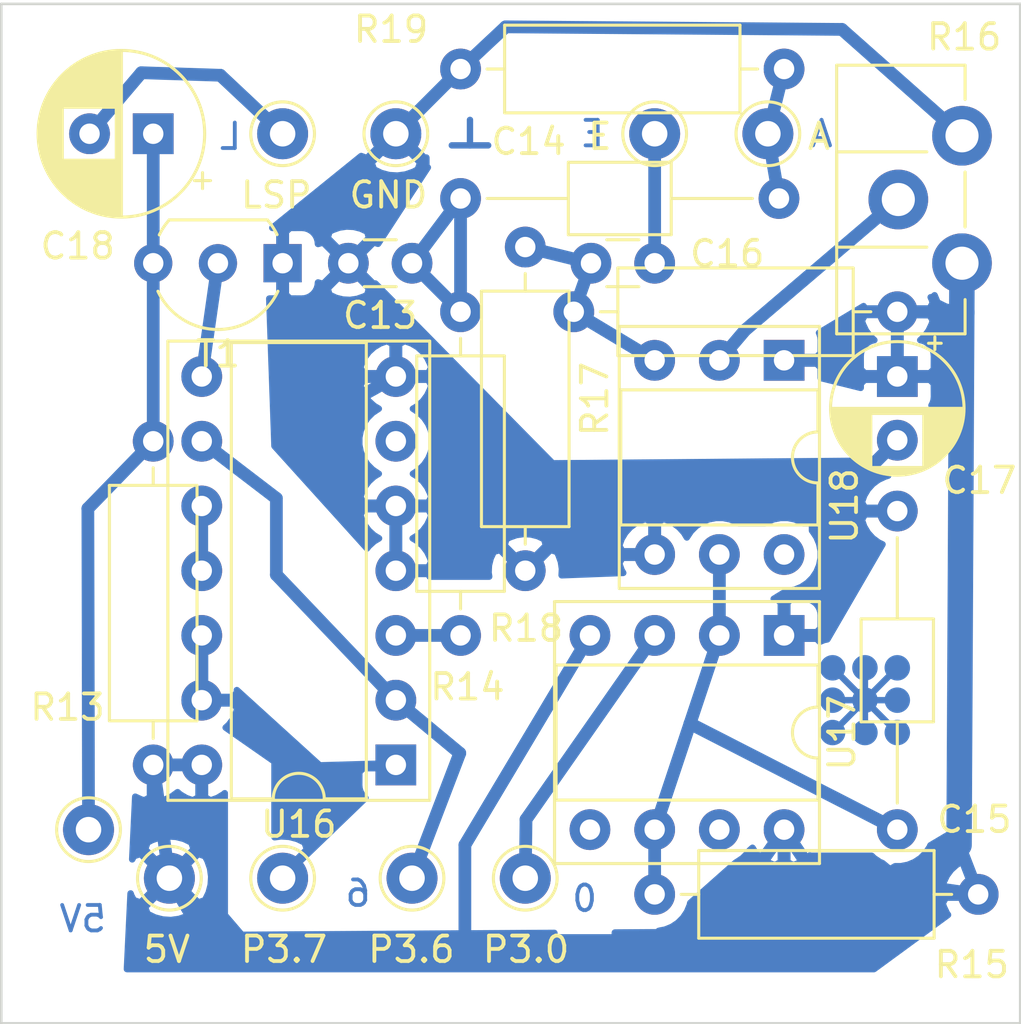
<source format=kicad_pcb>
(kicad_pcb (version 20171130) (host pcbnew 5.1.10)

  (general
    (thickness 1.6)
    (drawings 19)
    (tracks 54)
    (zones 0)
    (modules 27)
    (nets 21)
  )

  (page A4)
  (layers
    (0 F.Cu signal)
    (31 B.Cu signal)
    (32 B.Adhes user)
    (33 F.Adhes user)
    (34 B.Paste user)
    (35 F.Paste user)
    (36 B.SilkS user)
    (37 F.SilkS user)
    (38 B.Mask user)
    (39 F.Mask user)
    (40 Dwgs.User user)
    (41 Cmts.User user)
    (42 Eco1.User user)
    (43 Eco2.User user)
    (44 Edge.Cuts user)
    (45 Margin user)
    (46 B.CrtYd user)
    (47 F.CrtYd user)
    (48 B.Fab user)
    (49 F.Fab user)
  )

  (setup
    (last_trace_width 0.5)
    (trace_clearance 0.5)
    (zone_clearance 0.508)
    (zone_45_only no)
    (trace_min 0.2)
    (via_size 1.2)
    (via_drill 0.8)
    (via_min_size 0.4)
    (via_min_drill 0.3)
    (uvia_size 0.3)
    (uvia_drill 0.1)
    (uvias_allowed no)
    (uvia_min_size 0.2)
    (uvia_min_drill 0.1)
    (edge_width 0.1)
    (segment_width 0.2)
    (pcb_text_width 0.3)
    (pcb_text_size 1.5 1.5)
    (mod_edge_width 0.15)
    (mod_text_size 1 1)
    (mod_text_width 0.15)
    (pad_size 1.524 1.524)
    (pad_drill 0.762)
    (pad_to_mask_clearance 0)
    (aux_axis_origin 0 0)
    (visible_elements FFFFFF7F)
    (pcbplotparams
      (layerselection 0x01020_fffffffe)
      (usegerberextensions false)
      (usegerberattributes true)
      (usegerberadvancedattributes true)
      (creategerberjobfile true)
      (excludeedgelayer true)
      (linewidth 0.100000)
      (plotframeref false)
      (viasonmask false)
      (mode 1)
      (useauxorigin false)
      (hpglpennumber 1)
      (hpglpenspeed 20)
      (hpglpendiameter 15.000000)
      (psnegative false)
      (psa4output false)
      (plotreference true)
      (plotvalue true)
      (plotinvisibletext false)
      (padsonsilk false)
      (subtractmaskfromsilk false)
      (outputformat 1)
      (mirror false)
      (drillshape 0)
      (scaleselection 1)
      (outputdirectory "output_gerber/"))
  )

  (net 0 "")
  (net 1 GND)
  (net 2 "Net-(C13-Pad1)")
  (net 3 /A)
  (net 4 "Net-(C15-Pad1)")
  (net 5 "Net-(C16-Pad2)")
  (net 6 /E)
  (net 7 +5P)
  (net 8 "Net-(C18-Pad1)")
  (net 9 "Net-(R14-Pad1)")
  (net 10 "Net-(T1-Pad2)")
  (net 11 /P37)
  (net 12 "Net-(U16-Pad6)")
  (net 13 "Net-(U16-Pad10)")
  (net 14 /P36)
  (net 15 "Net-(U17-Pad7)")
  (net 16 /P30)
  (net 17 "Net-(U17-Pad5)")
  (net 18 "Net-(U18-Pad6)")
  (net 19 "Net-(R16-Pad2)")
  (net 20 "Net-(C18-Pad2)")

  (net_class Default "Dies ist die voreingestellte Netzklasse."
    (clearance 0.5)
    (trace_width 0.5)
    (via_dia 1.2)
    (via_drill 0.8)
    (uvia_dia 0.3)
    (uvia_drill 0.1)
    (add_net +5P)
    (add_net /A)
    (add_net /E)
    (add_net /P30)
    (add_net /P36)
    (add_net /P37)
    (add_net GND)
    (add_net "Net-(C13-Pad1)")
    (add_net "Net-(C15-Pad1)")
    (add_net "Net-(C16-Pad2)")
    (add_net "Net-(C18-Pad1)")
    (add_net "Net-(C18-Pad2)")
    (add_net "Net-(R14-Pad1)")
    (add_net "Net-(R16-Pad2)")
    (add_net "Net-(T1-Pad2)")
    (add_net "Net-(U16-Pad10)")
    (add_net "Net-(U16-Pad6)")
    (add_net "Net-(U17-Pad5)")
    (add_net "Net-(U17-Pad7)")
    (add_net "Net-(U18-Pad6)")
  )

  (module Connector_Pin:Pin_D1.0mm_L10.0mm (layer F.Cu) (tedit 5A1DC084) (tstamp 61AEDCBF)
    (at 98.425 152.4)
    (descr "solder Pin_ diameter 1.0mm, hole diameter 1.0mm (press fit), length 10.0mm")
    (tags "solder Pin_ press fit")
    (path /61AEA574)
    (fp_text reference TP4 (at 0 2.25) (layer F.SilkS) hide
      (effects (font (size 1 1) (thickness 0.15)))
    )
    (fp_text value D (at 0 -2.05) (layer F.Fab)
      (effects (font (size 1 1) (thickness 0.15)))
    )
    (fp_text user %R (at 0 2.25) (layer F.Fab)
      (effects (font (size 1 1) (thickness 0.15)))
    )
    (fp_circle (center 0 0) (end 1.5 0) (layer F.CrtYd) (width 0.05))
    (fp_circle (center 0 0) (end 0.5 0) (layer F.Fab) (width 0.12))
    (fp_circle (center 0 0) (end 1 0) (layer F.Fab) (width 0.12))
    (fp_circle (center 0 0) (end 1.25 0.05) (layer F.SilkS) (width 0.12))
    (pad 1 thru_hole circle (at 0 0) (size 2 2) (drill 1) (layers *.Cu *.Mask)
      (net 8 "Net-(C18-Pad1)"))
    (model ${KISYS3DMOD}/Connector_Pin.3dshapes/Pin_D1.0mm_L10.0mm.wrl
      (at (xyz 0 0 0))
      (scale (xyz 1 1 1))
      (rotate (xyz 0 0 0))
    )
  )

  (module Tiny2k_Bauteile:jute_pcb_logo_klein (layer B.Cu) (tedit 61AE69AE) (tstamp 61AEEFFD)
    (at 128.905 147.32)
    (attr smd)
    (fp_text reference REF** (at 0 -0.5) (layer B.SilkS) hide
      (effects (font (size 1 1) (thickness 0.15)) (justify mirror))
    )
    (fp_text value jute_pcb_logo (at 0 0.5) (layer B.Fab) hide
      (effects (font (size 1 1) (thickness 0.15)) (justify mirror))
    )
    (pad 2 smd rect (at 0 0 225) (size 0.25 3.6) (layers B.Cu B.Paste B.Mask))
    (pad 2 smd rect (at 0 0 315) (size 0.25 3.6) (layers B.Cu B.Paste B.Mask))
    (pad 2 smd rect (at 0 0 270) (size 0.25 2.54) (layers B.Cu B.Paste B.Mask))
    (pad 2 smd rect (at 0 0) (size 0.25 2.54) (layers B.Cu B.Paste B.Mask))
    (pad 1 smd circle (at -1.27 0) (size 1 1) (layers B.Cu B.Paste B.Mask))
    (pad 1 smd circle (at -1.27 -1.27) (size 1 1) (layers B.Cu B.Paste B.Mask))
    (pad 1 smd circle (at 0 -1.27) (size 1 1) (layers B.Cu B.Paste B.Mask))
    (pad 1 smd circle (at 1.27 -1.27) (size 1 1) (layers B.Cu B.Paste B.Mask))
    (pad 1 smd circle (at 1.27 0) (size 1 1) (layers B.Cu B.Paste B.Mask))
    (pad 1 smd circle (at 1.27 1.27) (size 1 1) (layers B.Cu B.Paste B.Mask))
    (pad 1 smd circle (at 0 1.27) (size 1 1) (layers B.Cu B.Paste B.Mask))
    (pad 1 smd circle (at -1.27 1.27) (size 1 1) (layers B.Cu B.Paste B.Mask))
    (pad 1 smd circle (at 0 0) (size 1 1) (layers B.Cu B.Paste B.Mask))
  )

  (module Connector_Pin:Pin_D1.0mm_L10.0mm (layer F.Cu) (tedit 5A1DC084) (tstamp 61B007E7)
    (at 106.045 125.095)
    (descr "solder Pin_ diameter 1.0mm, hole diameter 1.0mm (press fit), length 10.0mm")
    (tags "solder Pin_ press fit")
    (path /61B47E31)
    (fp_text reference TP3 (at 0 2.25) (layer F.SilkS) hide
      (effects (font (size 1 1) (thickness 0.15)))
    )
    (fp_text value L (at 0 -2.05) (layer F.Fab)
      (effects (font (size 1 1) (thickness 0.15)))
    )
    (fp_circle (center 0 0) (end 1.25 0.05) (layer F.SilkS) (width 0.12))
    (fp_circle (center 0 0) (end 1 0) (layer F.Fab) (width 0.12))
    (fp_circle (center 0 0) (end 0.5 0) (layer F.Fab) (width 0.12))
    (fp_circle (center 0 0) (end 1.5 0) (layer F.CrtYd) (width 0.05))
    (fp_text user %R (at 0 2.25) (layer F.Fab)
      (effects (font (size 1 1) (thickness 0.15)))
    )
    (pad 1 thru_hole circle (at 0 0) (size 2 2) (drill 1) (layers *.Cu *.Mask)
      (net 20 "Net-(C18-Pad2)"))
    (model ${KISYS3DMOD}/Connector_Pin.3dshapes/Pin_D1.0mm_L10.0mm.wrl
      (at (xyz 0 0 0))
      (scale (xyz 1 1 1))
      (rotate (xyz 0 0 0))
    )
  )

  (module Connector_Pin:Pin_D1.0mm_L10.0mm (layer F.Cu) (tedit 5A1DC084) (tstamp 61AFF08D)
    (at 125.095 125.095)
    (descr "solder Pin_ diameter 1.0mm, hole diameter 1.0mm (press fit), length 10.0mm")
    (tags "solder Pin_ press fit")
    (path /61B411C6)
    (fp_text reference TP2 (at 0 2.25) (layer F.SilkS) hide
      (effects (font (size 1 1) (thickness 0.15)))
    )
    (fp_text value A (at 0 -2.05) (layer F.Fab)
      (effects (font (size 1 1) (thickness 0.15)))
    )
    (fp_circle (center 0 0) (end 1.25 0.05) (layer F.SilkS) (width 0.12))
    (fp_circle (center 0 0) (end 1 0) (layer F.Fab) (width 0.12))
    (fp_circle (center 0 0) (end 0.5 0) (layer F.Fab) (width 0.12))
    (fp_circle (center 0 0) (end 1.5 0) (layer F.CrtYd) (width 0.05))
    (fp_text user %R (at 0 2.25) (layer F.Fab) hide
      (effects (font (size 1 1) (thickness 0.15)))
    )
    (pad 1 thru_hole circle (at 0 0) (size 2 2) (drill 1) (layers *.Cu *.Mask)
      (net 3 /A))
    (model ${KISYS3DMOD}/Connector_Pin.3dshapes/Pin_D1.0mm_L10.0mm.wrl
      (at (xyz 0 0 0))
      (scale (xyz 1 1 1))
      (rotate (xyz 0 0 0))
    )
  )

  (module Connector_Pin:Pin_D1.0mm_L10.0mm (layer F.Cu) (tedit 5A1DC084) (tstamp 61AFF083)
    (at 120.65 125.095)
    (descr "solder Pin_ diameter 1.0mm, hole diameter 1.0mm (press fit), length 10.0mm")
    (tags "solder Pin_ press fit")
    (path /61B40A35)
    (fp_text reference TP1 (at 0 2.25) (layer F.SilkS) hide
      (effects (font (size 1 1) (thickness 0.15)))
    )
    (fp_text value E (at 0 -2.05) (layer F.Fab)
      (effects (font (size 1 1) (thickness 0.15)))
    )
    (fp_circle (center 0 0) (end 1.25 0.05) (layer F.SilkS) (width 0.12))
    (fp_circle (center 0 0) (end 1 0) (layer F.Fab) (width 0.12))
    (fp_circle (center 0 0) (end 0.5 0) (layer F.Fab) (width 0.12))
    (fp_circle (center 0 0) (end 1.5 0) (layer F.CrtYd) (width 0.05))
    (fp_text user %R (at 0 2.25) (layer F.Fab) hide
      (effects (font (size 1 1) (thickness 0.15)))
    )
    (pad 1 thru_hole circle (at 0 0) (size 2 2) (drill 1) (layers *.Cu *.Mask)
      (net 6 /E))
    (model ${KISYS3DMOD}/Connector_Pin.3dshapes/Pin_D1.0mm_L10.0mm.wrl
      (at (xyz 0 0 0))
      (scale (xyz 1 1 1))
      (rotate (xyz 0 0 0))
    )
  )

  (module Connector_Pin:Pin_D1.0mm_L10.0mm (layer F.Cu) (tedit 5A1DC084) (tstamp 61AFD419)
    (at 115.57 154.305)
    (descr "solder Pin_ diameter 1.0mm, hole diameter 1.0mm (press fit), length 10.0mm")
    (tags "solder Pin_ press fit")
    (path /61B20065)
    (fp_text reference X12 (at 0 2.25) (layer F.SilkS) hide
      (effects (font (size 1 1) (thickness 0.15)))
    )
    (fp_text value P3.0 (at 0 -2.05) (layer F.Fab)
      (effects (font (size 1 1) (thickness 0.15)))
    )
    (fp_circle (center 0 0) (end 1.25 0.05) (layer F.SilkS) (width 0.12))
    (fp_circle (center 0 0) (end 1 0) (layer F.Fab) (width 0.12))
    (fp_circle (center 0 0) (end 0.5 0) (layer F.Fab) (width 0.12))
    (fp_circle (center 0 0) (end 1.5 0) (layer F.CrtYd) (width 0.05))
    (fp_text user %R (at 0 2.25) (layer F.Fab)
      (effects (font (size 1 1) (thickness 0.15)))
    )
    (pad 1 thru_hole circle (at 0 0) (size 2 2) (drill 1) (layers *.Cu *.Mask)
      (net 16 /P30))
    (model ${KISYS3DMOD}/Connector_Pin.3dshapes/Pin_D1.0mm_L10.0mm.wrl
      (at (xyz 0 0 0))
      (scale (xyz 1 1 1))
      (rotate (xyz 0 0 0))
    )
  )

  (module Connector_Pin:Pin_D1.0mm_L10.0mm (layer F.Cu) (tedit 5A1DC084) (tstamp 61AFD40F)
    (at 110.49 125.095)
    (descr "solder Pin_ diameter 1.0mm, hole diameter 1.0mm (press fit), length 10.0mm")
    (tags "solder Pin_ press fit")
    (path /61B2523D)
    (fp_text reference X4 (at 0 2.25) (layer F.SilkS) hide
      (effects (font (size 1 1) (thickness 0.15)))
    )
    (fp_text value 00 (at 0 -2.05) (layer F.Fab)
      (effects (font (size 1 1) (thickness 0.15)))
    )
    (fp_circle (center 0 0) (end 1.25 0.05) (layer F.SilkS) (width 0.12))
    (fp_circle (center 0 0) (end 1 0) (layer F.Fab) (width 0.12))
    (fp_circle (center 0 0) (end 0.5 0) (layer F.Fab) (width 0.12))
    (fp_circle (center 0 0) (end 1.5 0) (layer F.CrtYd) (width 0.05))
    (fp_text user %R (at 0 2.25) (layer F.Fab)
      (effects (font (size 1 1) (thickness 0.15)))
    )
    (pad 1 thru_hole circle (at 0 0) (size 2 2) (drill 1) (layers *.Cu *.Mask)
      (net 1 GND))
    (model ${KISYS3DMOD}/Connector_Pin.3dshapes/Pin_D1.0mm_L10.0mm.wrl
      (at (xyz 0 0 0))
      (scale (xyz 1 1 1))
      (rotate (xyz 0 0 0))
    )
  )

  (module Connector_Pin:Pin_D1.0mm_L10.0mm (layer F.Cu) (tedit 5A1DC084) (tstamp 61AFD405)
    (at 111.125 154.305)
    (descr "solder Pin_ diameter 1.0mm, hole diameter 1.0mm (press fit), length 10.0mm")
    (tags "solder Pin_ press fit")
    (path /61B2148C)
    (fp_text reference X3 (at 0 2.25) (layer F.SilkS) hide
      (effects (font (size 1 1) (thickness 0.15)))
    )
    (fp_text value P3.6 (at 0 -2.05) (layer F.Fab)
      (effects (font (size 1 1) (thickness 0.15)))
    )
    (fp_circle (center 0 0) (end 1.25 0.05) (layer F.SilkS) (width 0.12))
    (fp_circle (center 0 0) (end 1 0) (layer F.Fab) (width 0.12))
    (fp_circle (center 0 0) (end 0.5 0) (layer F.Fab) (width 0.12))
    (fp_circle (center 0 0) (end 1.5 0) (layer F.CrtYd) (width 0.05))
    (fp_text user %R (at 0 2.25) (layer F.Fab)
      (effects (font (size 1 1) (thickness 0.15)))
    )
    (pad 1 thru_hole circle (at 0 0) (size 2 2) (drill 1) (layers *.Cu *.Mask)
      (net 14 /P36))
    (model ${KISYS3DMOD}/Connector_Pin.3dshapes/Pin_D1.0mm_L10.0mm.wrl
      (at (xyz 0 0 0))
      (scale (xyz 1 1 1))
      (rotate (xyz 0 0 0))
    )
  )

  (module Connector_Pin:Pin_D1.0mm_L10.0mm (layer F.Cu) (tedit 5A1DC084) (tstamp 61AFD3FB)
    (at 106.045 154.305)
    (descr "solder Pin_ diameter 1.0mm, hole diameter 1.0mm (press fit), length 10.0mm")
    (tags "solder Pin_ press fit")
    (path /61B23443)
    (fp_text reference X2 (at 0 2.25) (layer F.SilkS) hide
      (effects (font (size 1 1) (thickness 0.15)))
    )
    (fp_text value P3.7 (at 0 -2.05) (layer F.Fab)
      (effects (font (size 1 1) (thickness 0.15)))
    )
    (fp_circle (center 0 0) (end 1.25 0.05) (layer F.SilkS) (width 0.12))
    (fp_circle (center 0 0) (end 1 0) (layer F.Fab) (width 0.12))
    (fp_circle (center 0 0) (end 0.5 0) (layer F.Fab) (width 0.12))
    (fp_circle (center 0 0) (end 1.5 0) (layer F.CrtYd) (width 0.05))
    (fp_text user %R (at 0 2.25) (layer F.Fab)
      (effects (font (size 1 1) (thickness 0.15)))
    )
    (pad 1 thru_hole circle (at 0 0) (size 2 2) (drill 1) (layers *.Cu *.Mask)
      (net 11 /P37))
    (model ${KISYS3DMOD}/Connector_Pin.3dshapes/Pin_D1.0mm_L10.0mm.wrl
      (at (xyz 0 0 0))
      (scale (xyz 1 1 1))
      (rotate (xyz 0 0 0))
    )
  )

  (module Connector_Pin:Pin_D1.0mm_L10.0mm (layer F.Cu) (tedit 5A1DC084) (tstamp 61AFD3F1)
    (at 101.6 154.305)
    (descr "solder Pin_ diameter 1.0mm, hole diameter 1.0mm (press fit), length 10.0mm")
    (tags "solder Pin_ press fit")
    (path /61B27094)
    (fp_text reference X1 (at 0 2.25) (layer F.SilkS) hide
      (effects (font (size 1 1) (thickness 0.15)))
    )
    (fp_text value +5V (at 0 -2.05) (layer F.Fab)
      (effects (font (size 1 1) (thickness 0.15)))
    )
    (fp_circle (center 0 0) (end 1.25 0.05) (layer F.SilkS) (width 0.12))
    (fp_circle (center 0 0) (end 1 0) (layer F.Fab) (width 0.12))
    (fp_circle (center 0 0) (end 0.5 0) (layer F.Fab) (width 0.12))
    (fp_circle (center 0 0) (end 1.5 0) (layer F.CrtYd) (width 0.05))
    (fp_text user %R (at 0 2.25) (layer F.Fab)
      (effects (font (size 1 1) (thickness 0.15)))
    )
    (pad 1 thru_hole circle (at 0 0) (size 2 2) (drill 1) (layers *.Cu *.Mask)
      (net 7 +5P))
    (model ${KISYS3DMOD}/Connector_Pin.3dshapes/Pin_D1.0mm_L10.0mm.wrl
      (at (xyz 0 0 0))
      (scale (xyz 1 1 1))
      (rotate (xyz 0 0 0))
    )
  )

  (module Resistor_THT:R_Axial_DIN0309_L9.0mm_D3.2mm_P12.70mm_Horizontal (layer F.Cu) (tedit 5AE5139B) (tstamp 61AEF23E)
    (at 115.57 142.24 90)
    (descr "Resistor, Axial_DIN0309 series, Axial, Horizontal, pin pitch=12.7mm, 0.5W = 1/2W, length*diameter=9*3.2mm^2, http://cdn-reichelt.de/documents/datenblatt/B400/1_4W%23YAG.pdf")
    (tags "Resistor Axial_DIN0309 series Axial Horizontal pin pitch 12.7mm 0.5W = 1/2W length 9mm diameter 3.2mm")
    (path /612B4914)
    (fp_text reference R18 (at -2.26 0.03 180) (layer F.SilkS)
      (effects (font (size 1 1) (thickness 0.15)))
    )
    (fp_text value 100k (at 6.35 2.72 90) (layer F.Fab)
      (effects (font (size 1 1) (thickness 0.15)))
    )
    (fp_line (start 13.75 -1.85) (end -1.05 -1.85) (layer F.CrtYd) (width 0.05))
    (fp_line (start 13.75 1.85) (end 13.75 -1.85) (layer F.CrtYd) (width 0.05))
    (fp_line (start -1.05 1.85) (end 13.75 1.85) (layer F.CrtYd) (width 0.05))
    (fp_line (start -1.05 -1.85) (end -1.05 1.85) (layer F.CrtYd) (width 0.05))
    (fp_line (start 11.66 0) (end 10.97 0) (layer F.SilkS) (width 0.12))
    (fp_line (start 1.04 0) (end 1.73 0) (layer F.SilkS) (width 0.12))
    (fp_line (start 10.97 -1.72) (end 1.73 -1.72) (layer F.SilkS) (width 0.12))
    (fp_line (start 10.97 1.72) (end 10.97 -1.72) (layer F.SilkS) (width 0.12))
    (fp_line (start 1.73 1.72) (end 10.97 1.72) (layer F.SilkS) (width 0.12))
    (fp_line (start 1.73 -1.72) (end 1.73 1.72) (layer F.SilkS) (width 0.12))
    (fp_line (start 12.7 0) (end 10.85 0) (layer F.Fab) (width 0.1))
    (fp_line (start 0 0) (end 1.85 0) (layer F.Fab) (width 0.1))
    (fp_line (start 10.85 -1.6) (end 1.85 -1.6) (layer F.Fab) (width 0.1))
    (fp_line (start 10.85 1.6) (end 10.85 -1.6) (layer F.Fab) (width 0.1))
    (fp_line (start 1.85 1.6) (end 10.85 1.6) (layer F.Fab) (width 0.1))
    (fp_line (start 1.85 -1.6) (end 1.85 1.6) (layer F.Fab) (width 0.1))
    (fp_text user %R (at 6.35 0 90) (layer F.Fab)
      (effects (font (size 1 1) (thickness 0.15)))
    )
    (pad 2 thru_hole oval (at 12.7 0 90) (size 1.6 1.6) (drill 0.8) (layers *.Cu *.Mask)
      (net 5 "Net-(C16-Pad2)"))
    (pad 1 thru_hole circle (at 0 0 90) (size 1.6 1.6) (drill 0.8) (layers *.Cu *.Mask)
      (net 1 GND))
    (model ${KISYS3DMOD}/Resistor_THT.3dshapes/R_Axial_DIN0309_L9.0mm_D3.2mm_P12.70mm_Horizontal.wrl
      (at (xyz 0 0 0))
      (scale (xyz 1 1 1))
      (rotate (xyz 0 0 0))
    )
  )

  (module Resistor_THT:R_Axial_DIN0309_L9.0mm_D3.2mm_P12.70mm_Horizontal (layer F.Cu) (tedit 5AE5139B) (tstamp 61AEBACC)
    (at 117.475 132.08)
    (descr "Resistor, Axial_DIN0309 series, Axial, Horizontal, pin pitch=12.7mm, 0.5W = 1/2W, length*diameter=9*3.2mm^2, http://cdn-reichelt.de/documents/datenblatt/B400/1_4W%23YAG.pdf")
    (tags "Resistor Axial_DIN0309 series Axial Horizontal pin pitch 12.7mm 0.5W = 1/2W length 9mm diameter 3.2mm")
    (path /612B44FC)
    (fp_text reference R17 (at 0.825 3.42 90) (layer F.SilkS)
      (effects (font (size 1 1) (thickness 0.15)))
    )
    (fp_text value 100k (at 6.35 2.72) (layer F.Fab)
      (effects (font (size 1 1) (thickness 0.15)))
    )
    (fp_line (start 13.75 -1.85) (end -1.05 -1.85) (layer F.CrtYd) (width 0.05))
    (fp_line (start 13.75 1.85) (end 13.75 -1.85) (layer F.CrtYd) (width 0.05))
    (fp_line (start -1.05 1.85) (end 13.75 1.85) (layer F.CrtYd) (width 0.05))
    (fp_line (start -1.05 -1.85) (end -1.05 1.85) (layer F.CrtYd) (width 0.05))
    (fp_line (start 11.66 0) (end 10.97 0) (layer F.SilkS) (width 0.12))
    (fp_line (start 1.04 0) (end 1.73 0) (layer F.SilkS) (width 0.12))
    (fp_line (start 10.97 -1.72) (end 1.73 -1.72) (layer F.SilkS) (width 0.12))
    (fp_line (start 10.97 1.72) (end 10.97 -1.72) (layer F.SilkS) (width 0.12))
    (fp_line (start 1.73 1.72) (end 10.97 1.72) (layer F.SilkS) (width 0.12))
    (fp_line (start 1.73 -1.72) (end 1.73 1.72) (layer F.SilkS) (width 0.12))
    (fp_line (start 12.7 0) (end 10.85 0) (layer F.Fab) (width 0.1))
    (fp_line (start 0 0) (end 1.85 0) (layer F.Fab) (width 0.1))
    (fp_line (start 10.85 -1.6) (end 1.85 -1.6) (layer F.Fab) (width 0.1))
    (fp_line (start 10.85 1.6) (end 10.85 -1.6) (layer F.Fab) (width 0.1))
    (fp_line (start 1.85 1.6) (end 10.85 1.6) (layer F.Fab) (width 0.1))
    (fp_line (start 1.85 -1.6) (end 1.85 1.6) (layer F.Fab) (width 0.1))
    (fp_text user %R (at 6.35 0) (layer F.Fab)
      (effects (font (size 1 1) (thickness 0.15)))
    )
    (pad 2 thru_hole oval (at 12.7 0) (size 1.6 1.6) (drill 0.8) (layers *.Cu *.Mask)
      (net 7 +5P))
    (pad 1 thru_hole circle (at 0 0) (size 1.6 1.6) (drill 0.8) (layers *.Cu *.Mask)
      (net 5 "Net-(C16-Pad2)"))
    (model ${KISYS3DMOD}/Resistor_THT.3dshapes/R_Axial_DIN0309_L9.0mm_D3.2mm_P12.70mm_Horizontal.wrl
      (at (xyz 0 0 0))
      (scale (xyz 1 1 1))
      (rotate (xyz 0 0 0))
    )
  )

  (module Potentiometer_THT:Potentiometer_Piher_PT-10-H01_Horizontal (layer F.Cu) (tedit 5A3D4993) (tstamp 61AEF3F3)
    (at 132.715 130.175 180)
    (descr "Potentiometer, horizontal, Piher PT-10-H01, http://www.piher-nacesa.com/pdf/12-PT10v03.pdf")
    (tags "Potentiometer horizontal Piher PT-10-H01")
    (path /61B10AD9)
    (fp_text reference R16 (at -0.085 8.875) (layer F.SilkS)
      (effects (font (size 1 1) (thickness 0.15)))
    )
    (fp_text value 47k (at 0 8.9) (layer F.Fab)
      (effects (font (size 1 1) (thickness 0.15)))
    )
    (fp_line (start 5.05 -2.95) (end -1.45 -2.95) (layer F.CrtYd) (width 0.05))
    (fp_line (start 5.05 7.9) (end 5.05 -2.95) (layer F.CrtYd) (width 0.05))
    (fp_line (start -1.45 7.9) (end 5.05 7.9) (layer F.CrtYd) (width 0.05))
    (fp_line (start -1.45 -2.95) (end -1.45 7.9) (layer F.CrtYd) (width 0.05))
    (fp_line (start 4.92 0.63) (end 4.92 4.37) (layer F.SilkS) (width 0.12))
    (fp_line (start -0.121 1.426) (end -0.121 3.575) (layer F.SilkS) (width 0.12))
    (fp_line (start 1.381 4.37) (end 4.92 4.37) (layer F.SilkS) (width 0.12))
    (fp_line (start 1.381 0.63) (end 4.92 0.63) (layer F.SilkS) (width 0.12))
    (fp_line (start -0.121 1.426) (end -0.121 3.575) (layer F.SilkS) (width 0.12))
    (fp_line (start -0.121 -2.771) (end -0.121 -1.426) (layer F.SilkS) (width 0.12))
    (fp_line (start -0.121 6.425) (end -0.121 7.77) (layer F.SilkS) (width 0.12))
    (fp_line (start 4.92 -2.771) (end 4.92 7.77) (layer F.SilkS) (width 0.12))
    (fp_line (start -0.121 7.77) (end 4.92 7.77) (layer F.SilkS) (width 0.12))
    (fp_line (start -0.121 -2.771) (end 4.92 -2.771) (layer F.SilkS) (width 0.12))
    (fp_line (start 4.8 0.75) (end 0 0.75) (layer F.Fab) (width 0.1))
    (fp_line (start 4.8 4.25) (end 4.8 0.75) (layer F.Fab) (width 0.1))
    (fp_line (start 0 4.25) (end 4.8 4.25) (layer F.Fab) (width 0.1))
    (fp_line (start 0 0.75) (end 0 4.25) (layer F.Fab) (width 0.1))
    (fp_line (start 0 -2.65) (end 4.8 -2.65) (layer F.Fab) (width 0.1))
    (fp_line (start 0 7.65) (end 0 -2.65) (layer F.Fab) (width 0.1))
    (fp_line (start 4.8 7.65) (end 0 7.65) (layer F.Fab) (width 0.1))
    (fp_line (start 4.8 -2.65) (end 4.8 7.65) (layer F.Fab) (width 0.1))
    (fp_text user %R (at 2.4 2.5) (layer F.Fab)
      (effects (font (size 1 1) (thickness 0.15)))
    )
    (pad 1 thru_hole circle (at 0 0 180) (size 2.34 2.34) (drill 1.3) (layers *.Cu *.Mask)
      (net 7 +5P))
    (pad 2 thru_hole circle (at 2.5 2.5 180) (size 2.34 2.34) (drill 1.3) (layers *.Cu *.Mask)
      (net 19 "Net-(R16-Pad2)"))
    (pad 3 thru_hole circle (at 0 5 180) (size 2.34 2.34) (drill 1.3) (layers *.Cu *.Mask)
      (net 1 GND))
    (model ${KISYS3DMOD}/Potentiometer_THT.3dshapes/Potentiometer_Piher_PT-10-H01_Horizontal.wrl
      (at (xyz 0 0 0))
      (scale (xyz 1 1 1))
      (rotate (xyz 0 0 0))
    )
  )

  (module Capacitor_THT:C_Disc_D3.0mm_W1.6mm_P2.50mm (layer F.Cu) (tedit 5AE50EF0) (tstamp 61AEB905)
    (at 120.65 130.175 180)
    (descr "C, Disc series, Radial, pin pitch=2.50mm, , diameter*width=3.0*1.6mm^2, Capacitor, http://www.vishay.com/docs/45233/krseries.pdf")
    (tags "C Disc series Radial pin pitch 2.50mm  diameter 3.0mm width 1.6mm Capacitor")
    (path /612BE9A9)
    (fp_text reference C16 (at -2.85 0.375) (layer F.SilkS)
      (effects (font (size 1 1) (thickness 0.15)))
    )
    (fp_text value 10nF (at 1.25 2.05) (layer F.Fab)
      (effects (font (size 1 1) (thickness 0.15)))
    )
    (fp_line (start 3.55 -1.05) (end -1.05 -1.05) (layer F.CrtYd) (width 0.05))
    (fp_line (start 3.55 1.05) (end 3.55 -1.05) (layer F.CrtYd) (width 0.05))
    (fp_line (start -1.05 1.05) (end 3.55 1.05) (layer F.CrtYd) (width 0.05))
    (fp_line (start -1.05 -1.05) (end -1.05 1.05) (layer F.CrtYd) (width 0.05))
    (fp_line (start 0.621 0.92) (end 1.879 0.92) (layer F.SilkS) (width 0.12))
    (fp_line (start 0.621 -0.92) (end 1.879 -0.92) (layer F.SilkS) (width 0.12))
    (fp_line (start 2.75 -0.8) (end -0.25 -0.8) (layer F.Fab) (width 0.1))
    (fp_line (start 2.75 0.8) (end 2.75 -0.8) (layer F.Fab) (width 0.1))
    (fp_line (start -0.25 0.8) (end 2.75 0.8) (layer F.Fab) (width 0.1))
    (fp_line (start -0.25 -0.8) (end -0.25 0.8) (layer F.Fab) (width 0.1))
    (fp_text user %R (at 1.25 0) (layer F.Fab)
      (effects (font (size 0.6 0.6) (thickness 0.09)))
    )
    (pad 2 thru_hole circle (at 2.5 0 180) (size 1.6 1.6) (drill 0.8) (layers *.Cu *.Mask)
      (net 5 "Net-(C16-Pad2)"))
    (pad 1 thru_hole circle (at 0 0 180) (size 1.6 1.6) (drill 0.8) (layers *.Cu *.Mask)
      (net 6 /E))
    (model ${KISYS3DMOD}/Capacitor_THT.3dshapes/C_Disc_D3.0mm_W1.6mm_P2.50mm.wrl
      (at (xyz 0 0 0))
      (scale (xyz 1 1 1))
      (rotate (xyz 0 0 0))
    )
  )

  (module Resistor_THT:R_Axial_DIN0309_L9.0mm_D3.2mm_P12.70mm_Horizontal (layer F.Cu) (tedit 5AE5139B) (tstamp 61AEBAFA)
    (at 113.03 122.555)
    (descr "Resistor, Axial_DIN0309 series, Axial, Horizontal, pin pitch=12.7mm, 0.5W = 1/2W, length*diameter=9*3.2mm^2, http://cdn-reichelt.de/documents/datenblatt/B400/1_4W%23YAG.pdf")
    (tags "Resistor Axial_DIN0309 series Axial Horizontal pin pitch 12.7mm 0.5W = 1/2W length 9mm diameter 3.2mm")
    (path /612C6825)
    (fp_text reference R19 (at -2.73 -1.555) (layer F.SilkS)
      (effects (font (size 1 1) (thickness 0.15)))
    )
    (fp_text value 22k (at 6.35 2.72) (layer F.Fab)
      (effects (font (size 1 1) (thickness 0.15)))
    )
    (fp_line (start 13.75 -1.85) (end -1.05 -1.85) (layer F.CrtYd) (width 0.05))
    (fp_line (start 13.75 1.85) (end 13.75 -1.85) (layer F.CrtYd) (width 0.05))
    (fp_line (start -1.05 1.85) (end 13.75 1.85) (layer F.CrtYd) (width 0.05))
    (fp_line (start -1.05 -1.85) (end -1.05 1.85) (layer F.CrtYd) (width 0.05))
    (fp_line (start 11.66 0) (end 10.97 0) (layer F.SilkS) (width 0.12))
    (fp_line (start 1.04 0) (end 1.73 0) (layer F.SilkS) (width 0.12))
    (fp_line (start 10.97 -1.72) (end 1.73 -1.72) (layer F.SilkS) (width 0.12))
    (fp_line (start 10.97 1.72) (end 10.97 -1.72) (layer F.SilkS) (width 0.12))
    (fp_line (start 1.73 1.72) (end 10.97 1.72) (layer F.SilkS) (width 0.12))
    (fp_line (start 1.73 -1.72) (end 1.73 1.72) (layer F.SilkS) (width 0.12))
    (fp_line (start 12.7 0) (end 10.85 0) (layer F.Fab) (width 0.1))
    (fp_line (start 0 0) (end 1.85 0) (layer F.Fab) (width 0.1))
    (fp_line (start 10.85 -1.6) (end 1.85 -1.6) (layer F.Fab) (width 0.1))
    (fp_line (start 10.85 1.6) (end 10.85 -1.6) (layer F.Fab) (width 0.1))
    (fp_line (start 1.85 1.6) (end 10.85 1.6) (layer F.Fab) (width 0.1))
    (fp_line (start 1.85 -1.6) (end 1.85 1.6) (layer F.Fab) (width 0.1))
    (fp_text user %R (at 6.35 0) (layer F.Fab)
      (effects (font (size 1 1) (thickness 0.15)))
    )
    (pad 2 thru_hole oval (at 12.7 0) (size 1.6 1.6) (drill 0.8) (layers *.Cu *.Mask)
      (net 3 /A))
    (pad 1 thru_hole circle (at 0 0) (size 1.6 1.6) (drill 0.8) (layers *.Cu *.Mask)
      (net 1 GND))
    (model ${KISYS3DMOD}/Resistor_THT.3dshapes/R_Axial_DIN0309_L9.0mm_D3.2mm_P12.70mm_Horizontal.wrl
      (at (xyz 0 0 0))
      (scale (xyz 1 1 1))
      (rotate (xyz 0 0 0))
    )
  )

  (module Capacitor_THT:C_Axial_L3.8mm_D2.6mm_P12.50mm_Horizontal (layer F.Cu) (tedit 5AE50EF0) (tstamp 61AEB8DB)
    (at 113.03 127.635)
    (descr "C, Axial series, Axial, Horizontal, pin pitch=12.5mm, , length*diameter=3.8*2.6mm^2, http://www.vishay.com/docs/45231/arseries.pdf")
    (tags "C Axial series Axial Horizontal pin pitch 12.5mm  length 3.8mm diameter 2.6mm")
    (path /6128713B)
    (fp_text reference C14 (at 2.67 -2.235) (layer F.SilkS)
      (effects (font (size 1 1) (thickness 0.15)))
    )
    (fp_text value 51pF (at 6.25 2.42) (layer F.Fab)
      (effects (font (size 1 1) (thickness 0.15)))
    )
    (fp_line (start 13.55 -1.55) (end -1.05 -1.55) (layer F.CrtYd) (width 0.05))
    (fp_line (start 13.55 1.55) (end 13.55 -1.55) (layer F.CrtYd) (width 0.05))
    (fp_line (start -1.05 1.55) (end 13.55 1.55) (layer F.CrtYd) (width 0.05))
    (fp_line (start -1.05 -1.55) (end -1.05 1.55) (layer F.CrtYd) (width 0.05))
    (fp_line (start 11.46 0) (end 8.27 0) (layer F.SilkS) (width 0.12))
    (fp_line (start 1.04 0) (end 4.23 0) (layer F.SilkS) (width 0.12))
    (fp_line (start 8.27 -1.42) (end 4.23 -1.42) (layer F.SilkS) (width 0.12))
    (fp_line (start 8.27 1.42) (end 8.27 -1.42) (layer F.SilkS) (width 0.12))
    (fp_line (start 4.23 1.42) (end 8.27 1.42) (layer F.SilkS) (width 0.12))
    (fp_line (start 4.23 -1.42) (end 4.23 1.42) (layer F.SilkS) (width 0.12))
    (fp_line (start 12.5 0) (end 8.15 0) (layer F.Fab) (width 0.1))
    (fp_line (start 0 0) (end 4.35 0) (layer F.Fab) (width 0.1))
    (fp_line (start 8.15 -1.3) (end 4.35 -1.3) (layer F.Fab) (width 0.1))
    (fp_line (start 8.15 1.3) (end 8.15 -1.3) (layer F.Fab) (width 0.1))
    (fp_line (start 4.35 1.3) (end 8.15 1.3) (layer F.Fab) (width 0.1))
    (fp_line (start 4.35 -1.3) (end 4.35 1.3) (layer F.Fab) (width 0.1))
    (fp_text user %R (at 6.25 0) (layer F.Fab)
      (effects (font (size 0.76 0.76) (thickness 0.114)))
    )
    (pad 2 thru_hole oval (at 12.5 0) (size 1.6 1.6) (drill 0.8) (layers *.Cu *.Mask)
      (net 3 /A))
    (pad 1 thru_hole circle (at 0 0) (size 1.6 1.6) (drill 0.8) (layers *.Cu *.Mask)
      (net 2 "Net-(C13-Pad1)"))
    (model ${KISYS3DMOD}/Capacitor_THT.3dshapes/C_Axial_L3.8mm_D2.6mm_P12.50mm_Horizontal.wrl
      (at (xyz 0 0 0))
      (scale (xyz 1 1 1))
      (rotate (xyz 0 0 0))
    )
  )

  (module Capacitor_THT:C_Disc_D3.0mm_W1.6mm_P2.50mm (layer F.Cu) (tedit 5AE50EF0) (tstamp 61AF42D5)
    (at 111.125 130.175 180)
    (descr "C, Disc series, Radial, pin pitch=2.50mm, , diameter*width=3.0*1.6mm^2, Capacitor, http://www.vishay.com/docs/45233/krseries.pdf")
    (tags "C Disc series Radial pin pitch 2.50mm  diameter 3.0mm width 1.6mm Capacitor")
    (path /61283E0A)
    (fp_text reference C13 (at 1.25 -2.05) (layer F.SilkS)
      (effects (font (size 1 1) (thickness 0.15)))
    )
    (fp_text value 10nF (at 1.25 2.05) (layer F.Fab)
      (effects (font (size 1 1) (thickness 0.15)))
    )
    (fp_line (start 3.55 -1.05) (end -1.05 -1.05) (layer F.CrtYd) (width 0.05))
    (fp_line (start 3.55 1.05) (end 3.55 -1.05) (layer F.CrtYd) (width 0.05))
    (fp_line (start -1.05 1.05) (end 3.55 1.05) (layer F.CrtYd) (width 0.05))
    (fp_line (start -1.05 -1.05) (end -1.05 1.05) (layer F.CrtYd) (width 0.05))
    (fp_line (start 0.621 0.92) (end 1.879 0.92) (layer F.SilkS) (width 0.12))
    (fp_line (start 0.621 -0.92) (end 1.879 -0.92) (layer F.SilkS) (width 0.12))
    (fp_line (start 2.75 -0.8) (end -0.25 -0.8) (layer F.Fab) (width 0.1))
    (fp_line (start 2.75 0.8) (end 2.75 -0.8) (layer F.Fab) (width 0.1))
    (fp_line (start -0.25 0.8) (end 2.75 0.8) (layer F.Fab) (width 0.1))
    (fp_line (start -0.25 -0.8) (end -0.25 0.8) (layer F.Fab) (width 0.1))
    (fp_text user %R (at 1.25 0) (layer F.Fab)
      (effects (font (size 0.6 0.6) (thickness 0.09)))
    )
    (pad 2 thru_hole circle (at 2.5 0 180) (size 1.6 1.6) (drill 0.8) (layers *.Cu *.Mask)
      (net 1 GND))
    (pad 1 thru_hole circle (at 0 0 180) (size 1.6 1.6) (drill 0.8) (layers *.Cu *.Mask)
      (net 2 "Net-(C13-Pad1)"))
    (model ${KISYS3DMOD}/Capacitor_THT.3dshapes/C_Disc_D3.0mm_W1.6mm_P2.50mm.wrl
      (at (xyz 0 0 0))
      (scale (xyz 1 1 1))
      (rotate (xyz 0 0 0))
    )
  )

  (module Resistor_THT:R_Axial_DIN0309_L9.0mm_D3.2mm_P12.70mm_Horizontal (layer F.Cu) (tedit 5AE5139B) (tstamp 61AEBA70)
    (at 100.965 137.16 270)
    (descr "Resistor, Axial_DIN0309 series, Axial, Horizontal, pin pitch=12.7mm, 0.5W = 1/2W, length*diameter=9*3.2mm^2, http://cdn-reichelt.de/documents/datenblatt/B400/1_4W%23YAG.pdf")
    (tags "Resistor Axial_DIN0309 series Axial Horizontal pin pitch 12.7mm 0.5W = 1/2W length 9mm diameter 3.2mm")
    (path /6127BF69)
    (fp_text reference R13 (at 10.44 3.365 180) (layer F.SilkS)
      (effects (font (size 1 1) (thickness 0.15)))
    )
    (fp_text value 100 (at 6.35 2.72 90) (layer F.Fab)
      (effects (font (size 1 1) (thickness 0.15)))
    )
    (fp_line (start 13.75 -1.85) (end -1.05 -1.85) (layer F.CrtYd) (width 0.05))
    (fp_line (start 13.75 1.85) (end 13.75 -1.85) (layer F.CrtYd) (width 0.05))
    (fp_line (start -1.05 1.85) (end 13.75 1.85) (layer F.CrtYd) (width 0.05))
    (fp_line (start -1.05 -1.85) (end -1.05 1.85) (layer F.CrtYd) (width 0.05))
    (fp_line (start 11.66 0) (end 10.97 0) (layer F.SilkS) (width 0.12))
    (fp_line (start 1.04 0) (end 1.73 0) (layer F.SilkS) (width 0.12))
    (fp_line (start 10.97 -1.72) (end 1.73 -1.72) (layer F.SilkS) (width 0.12))
    (fp_line (start 10.97 1.72) (end 10.97 -1.72) (layer F.SilkS) (width 0.12))
    (fp_line (start 1.73 1.72) (end 10.97 1.72) (layer F.SilkS) (width 0.12))
    (fp_line (start 1.73 -1.72) (end 1.73 1.72) (layer F.SilkS) (width 0.12))
    (fp_line (start 12.7 0) (end 10.85 0) (layer F.Fab) (width 0.1))
    (fp_line (start 0 0) (end 1.85 0) (layer F.Fab) (width 0.1))
    (fp_line (start 10.85 -1.6) (end 1.85 -1.6) (layer F.Fab) (width 0.1))
    (fp_line (start 10.85 1.6) (end 10.85 -1.6) (layer F.Fab) (width 0.1))
    (fp_line (start 1.85 1.6) (end 10.85 1.6) (layer F.Fab) (width 0.1))
    (fp_line (start 1.85 -1.6) (end 1.85 1.6) (layer F.Fab) (width 0.1))
    (fp_text user %R (at 6.35 0 90) (layer F.Fab)
      (effects (font (size 1 1) (thickness 0.15)))
    )
    (pad 2 thru_hole oval (at 12.7 0 270) (size 1.6 1.6) (drill 0.8) (layers *.Cu *.Mask)
      (net 7 +5P))
    (pad 1 thru_hole circle (at 0 0 270) (size 1.6 1.6) (drill 0.8) (layers *.Cu *.Mask)
      (net 8 "Net-(C18-Pad1)"))
    (model ${KISYS3DMOD}/Resistor_THT.3dshapes/R_Axial_DIN0309_L9.0mm_D3.2mm_P12.70mm_Horizontal.wrl
      (at (xyz 0 0 0))
      (scale (xyz 1 1 1))
      (rotate (xyz 0 0 0))
    )
  )

  (module Package_TO_SOT_THT:TO-92L_Inline_Wide (layer F.Cu) (tedit 5A11996A) (tstamp 61AEBB0C)
    (at 106.045 130.175 180)
    (descr "TO-92L leads in-line (large body variant of TO-92), also known as TO-226, wide, drill 0.75mm (see https://www.diodes.com/assets/Package-Files/TO92L.pdf and http://www.ti.com/lit/an/snoa059/snoa059.pdf)")
    (tags "TO-92L Inline Wide transistor")
    (path /6127B373)
    (fp_text reference T1 (at 2.54 -3.56) (layer F.SilkS)
      (effects (font (size 1 1) (thickness 0.15)))
    )
    (fp_text value SC307 (at 2.54 2.79) (layer F.Fab)
      (effects (font (size 1 1) (thickness 0.15)))
    )
    (fp_line (start 6.1 1.85) (end -1 1.85) (layer F.CrtYd) (width 0.05))
    (fp_line (start 6.1 1.85) (end 6.1 -2.75) (layer F.CrtYd) (width 0.05))
    (fp_line (start -1 -2.75) (end -1 1.85) (layer F.CrtYd) (width 0.05))
    (fp_line (start -1 -2.75) (end 6.1 -2.75) (layer F.CrtYd) (width 0.05))
    (fp_line (start 0.65 1.6) (end 4.4 1.6) (layer F.Fab) (width 0.1))
    (fp_line (start 0.6 1.7) (end 4.45 1.7) (layer F.SilkS) (width 0.12))
    (fp_arc (start 2.54 0) (end 4.45 1.7) (angle -15.88591585) (layer F.SilkS) (width 0.12))
    (fp_arc (start 2.54 0) (end 2.54 -2.48) (angle -130.2499344) (layer F.Fab) (width 0.1))
    (fp_arc (start 2.54 0) (end 2.54 -2.48) (angle 129.9527847) (layer F.Fab) (width 0.1))
    (fp_arc (start 2.54 0) (end 2.54 -2.6) (angle 65) (layer F.SilkS) (width 0.12))
    (fp_arc (start 2.54 0) (end 2.54 -2.6) (angle -65) (layer F.SilkS) (width 0.12))
    (fp_arc (start 2.54 0) (end 0.6 1.7) (angle 15.44288892) (layer F.SilkS) (width 0.12))
    (fp_text user %R (at 2.54 0) (layer F.Fab)
      (effects (font (size 1 1) (thickness 0.15)))
    )
    (pad 1 thru_hole rect (at 0 0 180) (size 1.5 1.5) (drill 0.8) (layers *.Cu *.Mask)
      (net 1 GND))
    (pad 3 thru_hole circle (at 5.08 0 180) (size 1.5 1.5) (drill 0.8) (layers *.Cu *.Mask)
      (net 8 "Net-(C18-Pad1)"))
    (pad 2 thru_hole circle (at 2.54 0 180) (size 1.5 1.5) (drill 0.8) (layers *.Cu *.Mask)
      (net 10 "Net-(T1-Pad2)"))
    (model ${KISYS3DMOD}/Package_TO_SOT_THT.3dshapes/TO-92L_Inline_Wide.wrl
      (at (xyz 0 0 0))
      (scale (xyz 1 1 1))
      (rotate (xyz 0 0 0))
    )
  )

  (module Capacitor_THT:CP_Radial_D5.0mm_P2.50mm (layer F.Cu) (tedit 5AE50EF0) (tstamp 61AEB999)
    (at 130.175 134.62 270)
    (descr "CP, Radial series, Radial, pin pitch=2.50mm, , diameter=5mm, Electrolytic Capacitor")
    (tags "CP Radial series Radial pin pitch 2.50mm  diameter 5mm Electrolytic Capacitor")
    (path /6128E5ED)
    (fp_text reference C17 (at 4.08 -3.225 180) (layer F.SilkS)
      (effects (font (size 1 1) (thickness 0.15)))
    )
    (fp_text value 4,7µF/16V (at 1.25 3.75 90) (layer F.Fab)
      (effects (font (size 1 1) (thickness 0.15)))
    )
    (fp_line (start -1.304775 -1.725) (end -1.304775 -1.225) (layer F.SilkS) (width 0.12))
    (fp_line (start -1.554775 -1.475) (end -1.054775 -1.475) (layer F.SilkS) (width 0.12))
    (fp_line (start 3.851 -0.284) (end 3.851 0.284) (layer F.SilkS) (width 0.12))
    (fp_line (start 3.811 -0.518) (end 3.811 0.518) (layer F.SilkS) (width 0.12))
    (fp_line (start 3.771 -0.677) (end 3.771 0.677) (layer F.SilkS) (width 0.12))
    (fp_line (start 3.731 -0.805) (end 3.731 0.805) (layer F.SilkS) (width 0.12))
    (fp_line (start 3.691 -0.915) (end 3.691 0.915) (layer F.SilkS) (width 0.12))
    (fp_line (start 3.651 -1.011) (end 3.651 1.011) (layer F.SilkS) (width 0.12))
    (fp_line (start 3.611 -1.098) (end 3.611 1.098) (layer F.SilkS) (width 0.12))
    (fp_line (start 3.571 -1.178) (end 3.571 1.178) (layer F.SilkS) (width 0.12))
    (fp_line (start 3.531 1.04) (end 3.531 1.251) (layer F.SilkS) (width 0.12))
    (fp_line (start 3.531 -1.251) (end 3.531 -1.04) (layer F.SilkS) (width 0.12))
    (fp_line (start 3.491 1.04) (end 3.491 1.319) (layer F.SilkS) (width 0.12))
    (fp_line (start 3.491 -1.319) (end 3.491 -1.04) (layer F.SilkS) (width 0.12))
    (fp_line (start 3.451 1.04) (end 3.451 1.383) (layer F.SilkS) (width 0.12))
    (fp_line (start 3.451 -1.383) (end 3.451 -1.04) (layer F.SilkS) (width 0.12))
    (fp_line (start 3.411 1.04) (end 3.411 1.443) (layer F.SilkS) (width 0.12))
    (fp_line (start 3.411 -1.443) (end 3.411 -1.04) (layer F.SilkS) (width 0.12))
    (fp_line (start 3.371 1.04) (end 3.371 1.5) (layer F.SilkS) (width 0.12))
    (fp_line (start 3.371 -1.5) (end 3.371 -1.04) (layer F.SilkS) (width 0.12))
    (fp_line (start 3.331 1.04) (end 3.331 1.554) (layer F.SilkS) (width 0.12))
    (fp_line (start 3.331 -1.554) (end 3.331 -1.04) (layer F.SilkS) (width 0.12))
    (fp_line (start 3.291 1.04) (end 3.291 1.605) (layer F.SilkS) (width 0.12))
    (fp_line (start 3.291 -1.605) (end 3.291 -1.04) (layer F.SilkS) (width 0.12))
    (fp_line (start 3.251 1.04) (end 3.251 1.653) (layer F.SilkS) (width 0.12))
    (fp_line (start 3.251 -1.653) (end 3.251 -1.04) (layer F.SilkS) (width 0.12))
    (fp_line (start 3.211 1.04) (end 3.211 1.699) (layer F.SilkS) (width 0.12))
    (fp_line (start 3.211 -1.699) (end 3.211 -1.04) (layer F.SilkS) (width 0.12))
    (fp_line (start 3.171 1.04) (end 3.171 1.743) (layer F.SilkS) (width 0.12))
    (fp_line (start 3.171 -1.743) (end 3.171 -1.04) (layer F.SilkS) (width 0.12))
    (fp_line (start 3.131 1.04) (end 3.131 1.785) (layer F.SilkS) (width 0.12))
    (fp_line (start 3.131 -1.785) (end 3.131 -1.04) (layer F.SilkS) (width 0.12))
    (fp_line (start 3.091 1.04) (end 3.091 1.826) (layer F.SilkS) (width 0.12))
    (fp_line (start 3.091 -1.826) (end 3.091 -1.04) (layer F.SilkS) (width 0.12))
    (fp_line (start 3.051 1.04) (end 3.051 1.864) (layer F.SilkS) (width 0.12))
    (fp_line (start 3.051 -1.864) (end 3.051 -1.04) (layer F.SilkS) (width 0.12))
    (fp_line (start 3.011 1.04) (end 3.011 1.901) (layer F.SilkS) (width 0.12))
    (fp_line (start 3.011 -1.901) (end 3.011 -1.04) (layer F.SilkS) (width 0.12))
    (fp_line (start 2.971 1.04) (end 2.971 1.937) (layer F.SilkS) (width 0.12))
    (fp_line (start 2.971 -1.937) (end 2.971 -1.04) (layer F.SilkS) (width 0.12))
    (fp_line (start 2.931 1.04) (end 2.931 1.971) (layer F.SilkS) (width 0.12))
    (fp_line (start 2.931 -1.971) (end 2.931 -1.04) (layer F.SilkS) (width 0.12))
    (fp_line (start 2.891 1.04) (end 2.891 2.004) (layer F.SilkS) (width 0.12))
    (fp_line (start 2.891 -2.004) (end 2.891 -1.04) (layer F.SilkS) (width 0.12))
    (fp_line (start 2.851 1.04) (end 2.851 2.035) (layer F.SilkS) (width 0.12))
    (fp_line (start 2.851 -2.035) (end 2.851 -1.04) (layer F.SilkS) (width 0.12))
    (fp_line (start 2.811 1.04) (end 2.811 2.065) (layer F.SilkS) (width 0.12))
    (fp_line (start 2.811 -2.065) (end 2.811 -1.04) (layer F.SilkS) (width 0.12))
    (fp_line (start 2.771 1.04) (end 2.771 2.095) (layer F.SilkS) (width 0.12))
    (fp_line (start 2.771 -2.095) (end 2.771 -1.04) (layer F.SilkS) (width 0.12))
    (fp_line (start 2.731 1.04) (end 2.731 2.122) (layer F.SilkS) (width 0.12))
    (fp_line (start 2.731 -2.122) (end 2.731 -1.04) (layer F.SilkS) (width 0.12))
    (fp_line (start 2.691 1.04) (end 2.691 2.149) (layer F.SilkS) (width 0.12))
    (fp_line (start 2.691 -2.149) (end 2.691 -1.04) (layer F.SilkS) (width 0.12))
    (fp_line (start 2.651 1.04) (end 2.651 2.175) (layer F.SilkS) (width 0.12))
    (fp_line (start 2.651 -2.175) (end 2.651 -1.04) (layer F.SilkS) (width 0.12))
    (fp_line (start 2.611 1.04) (end 2.611 2.2) (layer F.SilkS) (width 0.12))
    (fp_line (start 2.611 -2.2) (end 2.611 -1.04) (layer F.SilkS) (width 0.12))
    (fp_line (start 2.571 1.04) (end 2.571 2.224) (layer F.SilkS) (width 0.12))
    (fp_line (start 2.571 -2.224) (end 2.571 -1.04) (layer F.SilkS) (width 0.12))
    (fp_line (start 2.531 1.04) (end 2.531 2.247) (layer F.SilkS) (width 0.12))
    (fp_line (start 2.531 -2.247) (end 2.531 -1.04) (layer F.SilkS) (width 0.12))
    (fp_line (start 2.491 1.04) (end 2.491 2.268) (layer F.SilkS) (width 0.12))
    (fp_line (start 2.491 -2.268) (end 2.491 -1.04) (layer F.SilkS) (width 0.12))
    (fp_line (start 2.451 1.04) (end 2.451 2.29) (layer F.SilkS) (width 0.12))
    (fp_line (start 2.451 -2.29) (end 2.451 -1.04) (layer F.SilkS) (width 0.12))
    (fp_line (start 2.411 1.04) (end 2.411 2.31) (layer F.SilkS) (width 0.12))
    (fp_line (start 2.411 -2.31) (end 2.411 -1.04) (layer F.SilkS) (width 0.12))
    (fp_line (start 2.371 1.04) (end 2.371 2.329) (layer F.SilkS) (width 0.12))
    (fp_line (start 2.371 -2.329) (end 2.371 -1.04) (layer F.SilkS) (width 0.12))
    (fp_line (start 2.331 1.04) (end 2.331 2.348) (layer F.SilkS) (width 0.12))
    (fp_line (start 2.331 -2.348) (end 2.331 -1.04) (layer F.SilkS) (width 0.12))
    (fp_line (start 2.291 1.04) (end 2.291 2.365) (layer F.SilkS) (width 0.12))
    (fp_line (start 2.291 -2.365) (end 2.291 -1.04) (layer F.SilkS) (width 0.12))
    (fp_line (start 2.251 1.04) (end 2.251 2.382) (layer F.SilkS) (width 0.12))
    (fp_line (start 2.251 -2.382) (end 2.251 -1.04) (layer F.SilkS) (width 0.12))
    (fp_line (start 2.211 1.04) (end 2.211 2.398) (layer F.SilkS) (width 0.12))
    (fp_line (start 2.211 -2.398) (end 2.211 -1.04) (layer F.SilkS) (width 0.12))
    (fp_line (start 2.171 1.04) (end 2.171 2.414) (layer F.SilkS) (width 0.12))
    (fp_line (start 2.171 -2.414) (end 2.171 -1.04) (layer F.SilkS) (width 0.12))
    (fp_line (start 2.131 1.04) (end 2.131 2.428) (layer F.SilkS) (width 0.12))
    (fp_line (start 2.131 -2.428) (end 2.131 -1.04) (layer F.SilkS) (width 0.12))
    (fp_line (start 2.091 1.04) (end 2.091 2.442) (layer F.SilkS) (width 0.12))
    (fp_line (start 2.091 -2.442) (end 2.091 -1.04) (layer F.SilkS) (width 0.12))
    (fp_line (start 2.051 1.04) (end 2.051 2.455) (layer F.SilkS) (width 0.12))
    (fp_line (start 2.051 -2.455) (end 2.051 -1.04) (layer F.SilkS) (width 0.12))
    (fp_line (start 2.011 1.04) (end 2.011 2.468) (layer F.SilkS) (width 0.12))
    (fp_line (start 2.011 -2.468) (end 2.011 -1.04) (layer F.SilkS) (width 0.12))
    (fp_line (start 1.971 1.04) (end 1.971 2.48) (layer F.SilkS) (width 0.12))
    (fp_line (start 1.971 -2.48) (end 1.971 -1.04) (layer F.SilkS) (width 0.12))
    (fp_line (start 1.93 1.04) (end 1.93 2.491) (layer F.SilkS) (width 0.12))
    (fp_line (start 1.93 -2.491) (end 1.93 -1.04) (layer F.SilkS) (width 0.12))
    (fp_line (start 1.89 1.04) (end 1.89 2.501) (layer F.SilkS) (width 0.12))
    (fp_line (start 1.89 -2.501) (end 1.89 -1.04) (layer F.SilkS) (width 0.12))
    (fp_line (start 1.85 1.04) (end 1.85 2.511) (layer F.SilkS) (width 0.12))
    (fp_line (start 1.85 -2.511) (end 1.85 -1.04) (layer F.SilkS) (width 0.12))
    (fp_line (start 1.81 1.04) (end 1.81 2.52) (layer F.SilkS) (width 0.12))
    (fp_line (start 1.81 -2.52) (end 1.81 -1.04) (layer F.SilkS) (width 0.12))
    (fp_line (start 1.77 1.04) (end 1.77 2.528) (layer F.SilkS) (width 0.12))
    (fp_line (start 1.77 -2.528) (end 1.77 -1.04) (layer F.SilkS) (width 0.12))
    (fp_line (start 1.73 1.04) (end 1.73 2.536) (layer F.SilkS) (width 0.12))
    (fp_line (start 1.73 -2.536) (end 1.73 -1.04) (layer F.SilkS) (width 0.12))
    (fp_line (start 1.69 1.04) (end 1.69 2.543) (layer F.SilkS) (width 0.12))
    (fp_line (start 1.69 -2.543) (end 1.69 -1.04) (layer F.SilkS) (width 0.12))
    (fp_line (start 1.65 1.04) (end 1.65 2.55) (layer F.SilkS) (width 0.12))
    (fp_line (start 1.65 -2.55) (end 1.65 -1.04) (layer F.SilkS) (width 0.12))
    (fp_line (start 1.61 1.04) (end 1.61 2.556) (layer F.SilkS) (width 0.12))
    (fp_line (start 1.61 -2.556) (end 1.61 -1.04) (layer F.SilkS) (width 0.12))
    (fp_line (start 1.57 1.04) (end 1.57 2.561) (layer F.SilkS) (width 0.12))
    (fp_line (start 1.57 -2.561) (end 1.57 -1.04) (layer F.SilkS) (width 0.12))
    (fp_line (start 1.53 1.04) (end 1.53 2.565) (layer F.SilkS) (width 0.12))
    (fp_line (start 1.53 -2.565) (end 1.53 -1.04) (layer F.SilkS) (width 0.12))
    (fp_line (start 1.49 1.04) (end 1.49 2.569) (layer F.SilkS) (width 0.12))
    (fp_line (start 1.49 -2.569) (end 1.49 -1.04) (layer F.SilkS) (width 0.12))
    (fp_line (start 1.45 -2.573) (end 1.45 2.573) (layer F.SilkS) (width 0.12))
    (fp_line (start 1.41 -2.576) (end 1.41 2.576) (layer F.SilkS) (width 0.12))
    (fp_line (start 1.37 -2.578) (end 1.37 2.578) (layer F.SilkS) (width 0.12))
    (fp_line (start 1.33 -2.579) (end 1.33 2.579) (layer F.SilkS) (width 0.12))
    (fp_line (start 1.29 -2.58) (end 1.29 2.58) (layer F.SilkS) (width 0.12))
    (fp_line (start 1.25 -2.58) (end 1.25 2.58) (layer F.SilkS) (width 0.12))
    (fp_line (start -0.633605 -1.3375) (end -0.633605 -0.8375) (layer F.Fab) (width 0.1))
    (fp_line (start -0.883605 -1.0875) (end -0.383605 -1.0875) (layer F.Fab) (width 0.1))
    (fp_circle (center 1.25 0) (end 4 0) (layer F.CrtYd) (width 0.05))
    (fp_circle (center 1.25 0) (end 3.87 0) (layer F.SilkS) (width 0.12))
    (fp_circle (center 1.25 0) (end 3.75 0) (layer F.Fab) (width 0.1))
    (fp_text user %R (at 1.25 0 90) (layer F.Fab)
      (effects (font (size 1 1) (thickness 0.15)))
    )
    (pad 2 thru_hole circle (at 2.5 0 270) (size 1.6 1.6) (drill 0.8) (layers *.Cu *.Mask)
      (net 1 GND))
    (pad 1 thru_hole rect (at 0 0 270) (size 1.6 1.6) (drill 0.8) (layers *.Cu *.Mask)
      (net 7 +5P))
    (model ${KISYS3DMOD}/Capacitor_THT.3dshapes/CP_Radial_D5.0mm_P2.50mm.wrl
      (at (xyz 0 0 0))
      (scale (xyz 1 1 1))
      (rotate (xyz 0 0 0))
    )
  )

  (module Capacitor_THT:C_Axial_L3.8mm_D2.6mm_P12.50mm_Horizontal (layer F.Cu) (tedit 5AE50EF0) (tstamp 61AEB8F0)
    (at 130.175 152.4 90)
    (descr "C, Axial series, Axial, Horizontal, pin pitch=12.5mm, , length*diameter=3.8*2.6mm^2, http://www.vishay.com/docs/45231/arseries.pdf")
    (tags "C Axial series Axial Horizontal pin pitch 12.5mm  length 3.8mm diameter 2.6mm")
    (path /6129F3E4)
    (fp_text reference C15 (at 0.4 3.025 180) (layer F.SilkS)
      (effects (font (size 1 1) (thickness 0.15)))
    )
    (fp_text value 22nF (at 6.25 2.42 90) (layer F.Fab)
      (effects (font (size 1 1) (thickness 0.15)))
    )
    (fp_line (start 13.55 -1.55) (end -1.05 -1.55) (layer F.CrtYd) (width 0.05))
    (fp_line (start 13.55 1.55) (end 13.55 -1.55) (layer F.CrtYd) (width 0.05))
    (fp_line (start -1.05 1.55) (end 13.55 1.55) (layer F.CrtYd) (width 0.05))
    (fp_line (start -1.05 -1.55) (end -1.05 1.55) (layer F.CrtYd) (width 0.05))
    (fp_line (start 11.46 0) (end 8.27 0) (layer F.SilkS) (width 0.12))
    (fp_line (start 1.04 0) (end 4.23 0) (layer F.SilkS) (width 0.12))
    (fp_line (start 8.27 -1.42) (end 4.23 -1.42) (layer F.SilkS) (width 0.12))
    (fp_line (start 8.27 1.42) (end 8.27 -1.42) (layer F.SilkS) (width 0.12))
    (fp_line (start 4.23 1.42) (end 8.27 1.42) (layer F.SilkS) (width 0.12))
    (fp_line (start 4.23 -1.42) (end 4.23 1.42) (layer F.SilkS) (width 0.12))
    (fp_line (start 12.5 0) (end 8.15 0) (layer F.Fab) (width 0.1))
    (fp_line (start 0 0) (end 4.35 0) (layer F.Fab) (width 0.1))
    (fp_line (start 8.15 -1.3) (end 4.35 -1.3) (layer F.Fab) (width 0.1))
    (fp_line (start 8.15 1.3) (end 8.15 -1.3) (layer F.Fab) (width 0.1))
    (fp_line (start 4.35 1.3) (end 8.15 1.3) (layer F.Fab) (width 0.1))
    (fp_line (start 4.35 -1.3) (end 4.35 1.3) (layer F.Fab) (width 0.1))
    (fp_text user %R (at 6.25 0 90) (layer F.Fab)
      (effects (font (size 0.76 0.76) (thickness 0.114)))
    )
    (pad 2 thru_hole oval (at 12.5 0 90) (size 1.6 1.6) (drill 0.8) (layers *.Cu *.Mask)
      (net 1 GND))
    (pad 1 thru_hole circle (at 0 0 90) (size 1.6 1.6) (drill 0.8) (layers *.Cu *.Mask)
      (net 4 "Net-(C15-Pad1)"))
    (model ${KISYS3DMOD}/Capacitor_THT.3dshapes/C_Axial_L3.8mm_D2.6mm_P12.50mm_Horizontal.wrl
      (at (xyz 0 0 0))
      (scale (xyz 1 1 1))
      (rotate (xyz 0 0 0))
    )
  )

  (module Resistor_THT:R_Axial_DIN0309_L9.0mm_D3.2mm_P12.70mm_Horizontal (layer F.Cu) (tedit 5AE5139B) (tstamp 61AEBA87)
    (at 113.03 144.78 90)
    (descr "Resistor, Axial_DIN0309 series, Axial, Horizontal, pin pitch=12.7mm, 0.5W = 1/2W, length*diameter=9*3.2mm^2, http://cdn-reichelt.de/documents/datenblatt/B400/1_4W%23YAG.pdf")
    (tags "Resistor Axial_DIN0309 series Axial Horizontal pin pitch 12.7mm 0.5W = 1/2W length 9mm diameter 3.2mm")
    (path /61282486)
    (fp_text reference R14 (at -2.02 0.27 180) (layer F.SilkS)
      (effects (font (size 1 1) (thickness 0.15)))
    )
    (fp_text value 22k (at 6.35 2.72 90) (layer F.Fab)
      (effects (font (size 1 1) (thickness 0.15)))
    )
    (fp_line (start 13.75 -1.85) (end -1.05 -1.85) (layer F.CrtYd) (width 0.05))
    (fp_line (start 13.75 1.85) (end 13.75 -1.85) (layer F.CrtYd) (width 0.05))
    (fp_line (start -1.05 1.85) (end 13.75 1.85) (layer F.CrtYd) (width 0.05))
    (fp_line (start -1.05 -1.85) (end -1.05 1.85) (layer F.CrtYd) (width 0.05))
    (fp_line (start 11.66 0) (end 10.97 0) (layer F.SilkS) (width 0.12))
    (fp_line (start 1.04 0) (end 1.73 0) (layer F.SilkS) (width 0.12))
    (fp_line (start 10.97 -1.72) (end 1.73 -1.72) (layer F.SilkS) (width 0.12))
    (fp_line (start 10.97 1.72) (end 10.97 -1.72) (layer F.SilkS) (width 0.12))
    (fp_line (start 1.73 1.72) (end 10.97 1.72) (layer F.SilkS) (width 0.12))
    (fp_line (start 1.73 -1.72) (end 1.73 1.72) (layer F.SilkS) (width 0.12))
    (fp_line (start 12.7 0) (end 10.85 0) (layer F.Fab) (width 0.1))
    (fp_line (start 0 0) (end 1.85 0) (layer F.Fab) (width 0.1))
    (fp_line (start 10.85 -1.6) (end 1.85 -1.6) (layer F.Fab) (width 0.1))
    (fp_line (start 10.85 1.6) (end 10.85 -1.6) (layer F.Fab) (width 0.1))
    (fp_line (start 1.85 1.6) (end 10.85 1.6) (layer F.Fab) (width 0.1))
    (fp_line (start 1.85 -1.6) (end 1.85 1.6) (layer F.Fab) (width 0.1))
    (fp_text user %R (at 6.35 0 90) (layer F.Fab)
      (effects (font (size 1 1) (thickness 0.15)))
    )
    (pad 2 thru_hole oval (at 12.7 0 90) (size 1.6 1.6) (drill 0.8) (layers *.Cu *.Mask)
      (net 2 "Net-(C13-Pad1)"))
    (pad 1 thru_hole circle (at 0 0 90) (size 1.6 1.6) (drill 0.8) (layers *.Cu *.Mask)
      (net 9 "Net-(R14-Pad1)"))
    (model ${KISYS3DMOD}/Resistor_THT.3dshapes/R_Axial_DIN0309_L9.0mm_D3.2mm_P12.70mm_Horizontal.wrl
      (at (xyz 0 0 0))
      (scale (xyz 1 1 1))
      (rotate (xyz 0 0 0))
    )
  )

  (module Resistor_THT:R_Axial_DIN0309_L9.0mm_D3.2mm_P12.70mm_Horizontal (layer F.Cu) (tedit 5AE5139B) (tstamp 61AEBA9E)
    (at 120.65 154.94)
    (descr "Resistor, Axial_DIN0309 series, Axial, Horizontal, pin pitch=12.7mm, 0.5W = 1/2W, length*diameter=9*3.2mm^2, http://cdn-reichelt.de/documents/datenblatt/B400/1_4W%23YAG.pdf")
    (tags "Resistor Axial_DIN0309 series Axial Horizontal pin pitch 12.7mm 0.5W = 1/2W length 9mm diameter 3.2mm")
    (path /6129CE39)
    (fp_text reference R15 (at 12.45 2.76) (layer F.SilkS)
      (effects (font (size 1 1) (thickness 0.15)))
    )
    (fp_text value 22k (at 6.35 2.72) (layer F.Fab)
      (effects (font (size 1 1) (thickness 0.15)))
    )
    (fp_line (start 13.75 -1.85) (end -1.05 -1.85) (layer F.CrtYd) (width 0.05))
    (fp_line (start 13.75 1.85) (end 13.75 -1.85) (layer F.CrtYd) (width 0.05))
    (fp_line (start -1.05 1.85) (end 13.75 1.85) (layer F.CrtYd) (width 0.05))
    (fp_line (start -1.05 -1.85) (end -1.05 1.85) (layer F.CrtYd) (width 0.05))
    (fp_line (start 11.66 0) (end 10.97 0) (layer F.SilkS) (width 0.12))
    (fp_line (start 1.04 0) (end 1.73 0) (layer F.SilkS) (width 0.12))
    (fp_line (start 10.97 -1.72) (end 1.73 -1.72) (layer F.SilkS) (width 0.12))
    (fp_line (start 10.97 1.72) (end 10.97 -1.72) (layer F.SilkS) (width 0.12))
    (fp_line (start 1.73 1.72) (end 10.97 1.72) (layer F.SilkS) (width 0.12))
    (fp_line (start 1.73 -1.72) (end 1.73 1.72) (layer F.SilkS) (width 0.12))
    (fp_line (start 12.7 0) (end 10.85 0) (layer F.Fab) (width 0.1))
    (fp_line (start 0 0) (end 1.85 0) (layer F.Fab) (width 0.1))
    (fp_line (start 10.85 -1.6) (end 1.85 -1.6) (layer F.Fab) (width 0.1))
    (fp_line (start 10.85 1.6) (end 10.85 -1.6) (layer F.Fab) (width 0.1))
    (fp_line (start 1.85 1.6) (end 10.85 1.6) (layer F.Fab) (width 0.1))
    (fp_line (start 1.85 -1.6) (end 1.85 1.6) (layer F.Fab) (width 0.1))
    (fp_text user %R (at 6.35 0) (layer F.Fab)
      (effects (font (size 1 1) (thickness 0.15)))
    )
    (pad 2 thru_hole oval (at 12.7 0) (size 1.6 1.6) (drill 0.8) (layers *.Cu *.Mask)
      (net 7 +5P))
    (pad 1 thru_hole circle (at 0 0) (size 1.6 1.6) (drill 0.8) (layers *.Cu *.Mask)
      (net 4 "Net-(C15-Pad1)"))
    (model ${KISYS3DMOD}/Resistor_THT.3dshapes/R_Axial_DIN0309_L9.0mm_D3.2mm_P12.70mm_Horizontal.wrl
      (at (xyz 0 0 0))
      (scale (xyz 1 1 1))
      (rotate (xyz 0 0 0))
    )
  )

  (module Package_DIP:DIP-6_W7.62mm_Socket (layer F.Cu) (tedit 5A02E8C5) (tstamp 61AEBB7C)
    (at 125.73 133.985 270)
    (descr "6-lead though-hole mounted DIP package, row spacing 7.62 mm (300 mils), Socket")
    (tags "THT DIP DIL PDIP 2.54mm 7.62mm 300mil Socket")
    (path /612A3A12)
    (fp_text reference U18 (at 5.715 -2.37 270) (layer F.SilkS)
      (effects (font (size 1 1) (thickness 0.15)))
    )
    (fp_text value B761D (at 3.81 7.41 90) (layer F.Fab)
      (effects (font (size 1 1) (thickness 0.15)))
    )
    (fp_line (start 9.15 -1.6) (end -1.55 -1.6) (layer F.CrtYd) (width 0.05))
    (fp_line (start 9.15 6.7) (end 9.15 -1.6) (layer F.CrtYd) (width 0.05))
    (fp_line (start -1.55 6.7) (end 9.15 6.7) (layer F.CrtYd) (width 0.05))
    (fp_line (start -1.55 -1.6) (end -1.55 6.7) (layer F.CrtYd) (width 0.05))
    (fp_line (start 8.95 -1.39) (end -1.33 -1.39) (layer F.SilkS) (width 0.12))
    (fp_line (start 8.95 6.47) (end 8.95 -1.39) (layer F.SilkS) (width 0.12))
    (fp_line (start -1.33 6.47) (end 8.95 6.47) (layer F.SilkS) (width 0.12))
    (fp_line (start -1.33 -1.39) (end -1.33 6.47) (layer F.SilkS) (width 0.12))
    (fp_line (start 6.46 -1.33) (end 4.81 -1.33) (layer F.SilkS) (width 0.12))
    (fp_line (start 6.46 6.41) (end 6.46 -1.33) (layer F.SilkS) (width 0.12))
    (fp_line (start 1.16 6.41) (end 6.46 6.41) (layer F.SilkS) (width 0.12))
    (fp_line (start 1.16 -1.33) (end 1.16 6.41) (layer F.SilkS) (width 0.12))
    (fp_line (start 2.81 -1.33) (end 1.16 -1.33) (layer F.SilkS) (width 0.12))
    (fp_line (start 8.89 -1.33) (end -1.27 -1.33) (layer F.Fab) (width 0.1))
    (fp_line (start 8.89 6.41) (end 8.89 -1.33) (layer F.Fab) (width 0.1))
    (fp_line (start -1.27 6.41) (end 8.89 6.41) (layer F.Fab) (width 0.1))
    (fp_line (start -1.27 -1.33) (end -1.27 6.41) (layer F.Fab) (width 0.1))
    (fp_line (start 0.635 -0.27) (end 1.635 -1.27) (layer F.Fab) (width 0.1))
    (fp_line (start 0.635 6.35) (end 0.635 -0.27) (layer F.Fab) (width 0.1))
    (fp_line (start 6.985 6.35) (end 0.635 6.35) (layer F.Fab) (width 0.1))
    (fp_line (start 6.985 -1.27) (end 6.985 6.35) (layer F.Fab) (width 0.1))
    (fp_line (start 1.635 -1.27) (end 6.985 -1.27) (layer F.Fab) (width 0.1))
    (fp_text user %R (at 3.81 2.54 90) (layer F.Fab)
      (effects (font (size 1 1) (thickness 0.15)))
    )
    (fp_arc (start 3.81 -1.33) (end 2.81 -1.33) (angle -180) (layer F.SilkS) (width 0.12))
    (pad 6 thru_hole oval (at 7.62 0 270) (size 1.6 1.6) (drill 0.8) (layers *.Cu *.Mask)
      (net 18 "Net-(U18-Pad6)"))
    (pad 3 thru_hole oval (at 0 5.08 270) (size 1.6 1.6) (drill 0.8) (layers *.Cu *.Mask)
      (net 5 "Net-(C16-Pad2)"))
    (pad 5 thru_hole oval (at 7.62 2.54 270) (size 1.6 1.6) (drill 0.8) (layers *.Cu *.Mask)
      (net 4 "Net-(C15-Pad1)"))
    (pad 2 thru_hole oval (at 0 2.54 270) (size 1.6 1.6) (drill 0.8) (layers *.Cu *.Mask)
      (net 19 "Net-(R16-Pad2)"))
    (pad 4 thru_hole oval (at 7.62 5.08 270) (size 1.6 1.6) (drill 0.8) (layers *.Cu *.Mask)
      (net 1 GND))
    (pad 1 thru_hole rect (at 0 0 270) (size 1.6 1.6) (drill 0.8) (layers *.Cu *.Mask)
      (net 7 +5P))
    (model ${KISYS3DMOD}/Package_DIP.3dshapes/DIP-6_W7.62mm_Socket.wrl
      (at (xyz 0 0 0))
      (scale (xyz 1 1 1))
      (rotate (xyz 0 0 0))
    )
  )

  (module Package_DIP:DIP-8_W7.62mm_Socket (layer F.Cu) (tedit 5A02E8C5) (tstamp 61AEBB5A)
    (at 125.73 144.78 270)
    (descr "8-lead though-hole mounted DIP package, row spacing 7.62 mm (300 mils), Socket")
    (tags "THT DIP DIL PDIP 2.54mm 7.62mm 300mil Socket")
    (path /61290848)
    (fp_text reference U17 (at 3.82 -2.27 270) (layer F.SilkS)
      (effects (font (size 1 1) (thickness 0.15)))
    )
    (fp_text value B555D (at 3.81 9.95 90) (layer F.Fab)
      (effects (font (size 1 1) (thickness 0.15)))
    )
    (fp_line (start 9.15 -1.6) (end -1.55 -1.6) (layer F.CrtYd) (width 0.05))
    (fp_line (start 9.15 9.2) (end 9.15 -1.6) (layer F.CrtYd) (width 0.05))
    (fp_line (start -1.55 9.2) (end 9.15 9.2) (layer F.CrtYd) (width 0.05))
    (fp_line (start -1.55 -1.6) (end -1.55 9.2) (layer F.CrtYd) (width 0.05))
    (fp_line (start 8.95 -1.39) (end -1.33 -1.39) (layer F.SilkS) (width 0.12))
    (fp_line (start 8.95 9.01) (end 8.95 -1.39) (layer F.SilkS) (width 0.12))
    (fp_line (start -1.33 9.01) (end 8.95 9.01) (layer F.SilkS) (width 0.12))
    (fp_line (start -1.33 -1.39) (end -1.33 9.01) (layer F.SilkS) (width 0.12))
    (fp_line (start 6.46 -1.33) (end 4.81 -1.33) (layer F.SilkS) (width 0.12))
    (fp_line (start 6.46 8.95) (end 6.46 -1.33) (layer F.SilkS) (width 0.12))
    (fp_line (start 1.16 8.95) (end 6.46 8.95) (layer F.SilkS) (width 0.12))
    (fp_line (start 1.16 -1.33) (end 1.16 8.95) (layer F.SilkS) (width 0.12))
    (fp_line (start 2.81 -1.33) (end 1.16 -1.33) (layer F.SilkS) (width 0.12))
    (fp_line (start 8.89 -1.33) (end -1.27 -1.33) (layer F.Fab) (width 0.1))
    (fp_line (start 8.89 8.95) (end 8.89 -1.33) (layer F.Fab) (width 0.1))
    (fp_line (start -1.27 8.95) (end 8.89 8.95) (layer F.Fab) (width 0.1))
    (fp_line (start -1.27 -1.33) (end -1.27 8.95) (layer F.Fab) (width 0.1))
    (fp_line (start 0.635 -0.27) (end 1.635 -1.27) (layer F.Fab) (width 0.1))
    (fp_line (start 0.635 8.89) (end 0.635 -0.27) (layer F.Fab) (width 0.1))
    (fp_line (start 6.985 8.89) (end 0.635 8.89) (layer F.Fab) (width 0.1))
    (fp_line (start 6.985 -1.27) (end 6.985 8.89) (layer F.Fab) (width 0.1))
    (fp_line (start 1.635 -1.27) (end 6.985 -1.27) (layer F.Fab) (width 0.1))
    (fp_text user %R (at 3.81 3.81 90) (layer F.Fab)
      (effects (font (size 1 1) (thickness 0.15)))
    )
    (fp_arc (start 3.81 -1.33) (end 2.81 -1.33) (angle -180) (layer F.SilkS) (width 0.12))
    (pad 8 thru_hole oval (at 7.62 0 270) (size 1.6 1.6) (drill 0.8) (layers *.Cu *.Mask)
      (net 7 +5P))
    (pad 4 thru_hole oval (at 0 7.62 270) (size 1.6 1.6) (drill 0.8) (layers *.Cu *.Mask)
      (net 7 +5P))
    (pad 7 thru_hole oval (at 7.62 2.54 270) (size 1.6 1.6) (drill 0.8) (layers *.Cu *.Mask)
      (net 15 "Net-(U17-Pad7)"))
    (pad 3 thru_hole oval (at 0 5.08 270) (size 1.6 1.6) (drill 0.8) (layers *.Cu *.Mask)
      (net 16 /P30))
    (pad 6 thru_hole oval (at 7.62 5.08 270) (size 1.6 1.6) (drill 0.8) (layers *.Cu *.Mask)
      (net 4 "Net-(C15-Pad1)"))
    (pad 2 thru_hole oval (at 0 2.54 270) (size 1.6 1.6) (drill 0.8) (layers *.Cu *.Mask)
      (net 4 "Net-(C15-Pad1)"))
    (pad 5 thru_hole oval (at 7.62 7.62 270) (size 1.6 1.6) (drill 0.8) (layers *.Cu *.Mask)
      (net 17 "Net-(U17-Pad5)"))
    (pad 1 thru_hole rect (at 0 0 270) (size 1.6 1.6) (drill 0.8) (layers *.Cu *.Mask)
      (net 1 GND))
    (model ${KISYS3DMOD}/Package_DIP.3dshapes/DIP-8_W7.62mm_Socket.wrl
      (at (xyz 0 0 0))
      (scale (xyz 1 1 1))
      (rotate (xyz 0 0 0))
    )
  )

  (module Package_DIP:DIP-14_W7.62mm_Socket (layer F.Cu) (tedit 5A02E8C5) (tstamp 61AEC0A3)
    (at 110.49 149.86 180)
    (descr "14-lead though-hole mounted DIP package, row spacing 7.62 mm (300 mils), Socket")
    (tags "THT DIP DIL PDIP 2.54mm 7.62mm 300mil Socket")
    (path /6125EBAC)
    (fp_text reference U16 (at 3.81 -2.33) (layer F.SilkS)
      (effects (font (size 1 1) (thickness 0.15)))
    )
    (fp_text value DL000D (at 3.81 17.57) (layer F.Fab)
      (effects (font (size 1 1) (thickness 0.15)))
    )
    (fp_line (start 9.15 -1.6) (end -1.55 -1.6) (layer F.CrtYd) (width 0.05))
    (fp_line (start 9.15 16.85) (end 9.15 -1.6) (layer F.CrtYd) (width 0.05))
    (fp_line (start -1.55 16.85) (end 9.15 16.85) (layer F.CrtYd) (width 0.05))
    (fp_line (start -1.55 -1.6) (end -1.55 16.85) (layer F.CrtYd) (width 0.05))
    (fp_line (start 8.95 -1.39) (end -1.33 -1.39) (layer F.SilkS) (width 0.12))
    (fp_line (start 8.95 16.63) (end 8.95 -1.39) (layer F.SilkS) (width 0.12))
    (fp_line (start -1.33 16.63) (end 8.95 16.63) (layer F.SilkS) (width 0.12))
    (fp_line (start -1.33 -1.39) (end -1.33 16.63) (layer F.SilkS) (width 0.12))
    (fp_line (start 6.46 -1.33) (end 4.81 -1.33) (layer F.SilkS) (width 0.12))
    (fp_line (start 6.46 16.57) (end 6.46 -1.33) (layer F.SilkS) (width 0.12))
    (fp_line (start 1.16 16.57) (end 6.46 16.57) (layer F.SilkS) (width 0.12))
    (fp_line (start 1.16 -1.33) (end 1.16 16.57) (layer F.SilkS) (width 0.12))
    (fp_line (start 2.81 -1.33) (end 1.16 -1.33) (layer F.SilkS) (width 0.12))
    (fp_line (start 8.89 -1.33) (end -1.27 -1.33) (layer F.Fab) (width 0.1))
    (fp_line (start 8.89 16.57) (end 8.89 -1.33) (layer F.Fab) (width 0.1))
    (fp_line (start -1.27 16.57) (end 8.89 16.57) (layer F.Fab) (width 0.1))
    (fp_line (start -1.27 -1.33) (end -1.27 16.57) (layer F.Fab) (width 0.1))
    (fp_line (start 0.635 -0.27) (end 1.635 -1.27) (layer F.Fab) (width 0.1))
    (fp_line (start 0.635 16.51) (end 0.635 -0.27) (layer F.Fab) (width 0.1))
    (fp_line (start 6.985 16.51) (end 0.635 16.51) (layer F.Fab) (width 0.1))
    (fp_line (start 6.985 -1.27) (end 6.985 16.51) (layer F.Fab) (width 0.1))
    (fp_line (start 1.635 -1.27) (end 6.985 -1.27) (layer F.Fab) (width 0.1))
    (fp_text user %R (at 3.81 7.62) (layer F.Fab)
      (effects (font (size 1 1) (thickness 0.15)))
    )
    (fp_arc (start 3.81 -1.33) (end 2.81 -1.33) (angle -180) (layer F.SilkS) (width 0.12))
    (pad 14 thru_hole oval (at 7.62 0 180) (size 1.6 1.6) (drill 0.8) (layers *.Cu *.Mask)
      (net 7 +5P))
    (pad 7 thru_hole oval (at 0 15.24 180) (size 1.6 1.6) (drill 0.8) (layers *.Cu *.Mask)
      (net 1 GND))
    (pad 13 thru_hole oval (at 7.62 2.54 180) (size 1.6 1.6) (drill 0.8) (layers *.Cu *.Mask)
      (net 11 /P37))
    (pad 6 thru_hole oval (at 0 12.7 180) (size 1.6 1.6) (drill 0.8) (layers *.Cu *.Mask)
      (net 12 "Net-(U16-Pad6)"))
    (pad 12 thru_hole oval (at 7.62 5.08 180) (size 1.6 1.6) (drill 0.8) (layers *.Cu *.Mask)
      (net 11 /P37))
    (pad 5 thru_hole oval (at 0 10.16 180) (size 1.6 1.6) (drill 0.8) (layers *.Cu *.Mask)
      (net 1 GND))
    (pad 11 thru_hole oval (at 7.62 7.62 180) (size 1.6 1.6) (drill 0.8) (layers *.Cu *.Mask)
      (net 13 "Net-(U16-Pad10)"))
    (pad 4 thru_hole oval (at 0 7.62 180) (size 1.6 1.6) (drill 0.8) (layers *.Cu *.Mask)
      (net 1 GND))
    (pad 10 thru_hole oval (at 7.62 10.16 180) (size 1.6 1.6) (drill 0.8) (layers *.Cu *.Mask)
      (net 13 "Net-(U16-Pad10)"))
    (pad 3 thru_hole oval (at 0 5.08 180) (size 1.6 1.6) (drill 0.8) (layers *.Cu *.Mask)
      (net 9 "Net-(R14-Pad1)"))
    (pad 9 thru_hole oval (at 7.62 12.7 180) (size 1.6 1.6) (drill 0.8) (layers *.Cu *.Mask)
      (net 14 /P36))
    (pad 2 thru_hole oval (at 0 2.54 180) (size 1.6 1.6) (drill 0.8) (layers *.Cu *.Mask)
      (net 14 /P36))
    (pad 8 thru_hole oval (at 7.62 15.24 180) (size 1.6 1.6) (drill 0.8) (layers *.Cu *.Mask)
      (net 10 "Net-(T1-Pad2)"))
    (pad 1 thru_hole rect (at 0 0 180) (size 1.6 1.6) (drill 0.8) (layers *.Cu *.Mask)
      (net 11 /P37))
    (model ${KISYS3DMOD}/Package_DIP.3dshapes/DIP-14_W7.62mm_Socket.wrl
      (at (xyz 0 0 0))
      (scale (xyz 1 1 1))
      (rotate (xyz 0 0 0))
    )
  )

  (module Capacitor_THT:CP_Radial_D6.3mm_P2.50mm (layer F.Cu) (tedit 5AE50EF0) (tstamp 61AEBA2D)
    (at 100.965 125.095 180)
    (descr "CP, Radial series, Radial, pin pitch=2.50mm, , diameter=6.3mm, Electrolytic Capacitor")
    (tags "CP Radial series Radial pin pitch 2.50mm  diameter 6.3mm Electrolytic Capacitor")
    (path /612E0742)
    (fp_text reference C18 (at 2.965 -4.405) (layer F.SilkS)
      (effects (font (size 1 1) (thickness 0.15)))
    )
    (fp_text value 1µF/40V (at 1.25 4.4) (layer F.Fab)
      (effects (font (size 1 1) (thickness 0.15)))
    )
    (fp_line (start -1.935241 -2.154) (end -1.935241 -1.524) (layer F.SilkS) (width 0.12))
    (fp_line (start -2.250241 -1.839) (end -1.620241 -1.839) (layer F.SilkS) (width 0.12))
    (fp_line (start 4.491 -0.402) (end 4.491 0.402) (layer F.SilkS) (width 0.12))
    (fp_line (start 4.451 -0.633) (end 4.451 0.633) (layer F.SilkS) (width 0.12))
    (fp_line (start 4.411 -0.802) (end 4.411 0.802) (layer F.SilkS) (width 0.12))
    (fp_line (start 4.371 -0.94) (end 4.371 0.94) (layer F.SilkS) (width 0.12))
    (fp_line (start 4.331 -1.059) (end 4.331 1.059) (layer F.SilkS) (width 0.12))
    (fp_line (start 4.291 -1.165) (end 4.291 1.165) (layer F.SilkS) (width 0.12))
    (fp_line (start 4.251 -1.262) (end 4.251 1.262) (layer F.SilkS) (width 0.12))
    (fp_line (start 4.211 -1.35) (end 4.211 1.35) (layer F.SilkS) (width 0.12))
    (fp_line (start 4.171 -1.432) (end 4.171 1.432) (layer F.SilkS) (width 0.12))
    (fp_line (start 4.131 -1.509) (end 4.131 1.509) (layer F.SilkS) (width 0.12))
    (fp_line (start 4.091 -1.581) (end 4.091 1.581) (layer F.SilkS) (width 0.12))
    (fp_line (start 4.051 -1.65) (end 4.051 1.65) (layer F.SilkS) (width 0.12))
    (fp_line (start 4.011 -1.714) (end 4.011 1.714) (layer F.SilkS) (width 0.12))
    (fp_line (start 3.971 -1.776) (end 3.971 1.776) (layer F.SilkS) (width 0.12))
    (fp_line (start 3.931 -1.834) (end 3.931 1.834) (layer F.SilkS) (width 0.12))
    (fp_line (start 3.891 -1.89) (end 3.891 1.89) (layer F.SilkS) (width 0.12))
    (fp_line (start 3.851 -1.944) (end 3.851 1.944) (layer F.SilkS) (width 0.12))
    (fp_line (start 3.811 -1.995) (end 3.811 1.995) (layer F.SilkS) (width 0.12))
    (fp_line (start 3.771 -2.044) (end 3.771 2.044) (layer F.SilkS) (width 0.12))
    (fp_line (start 3.731 -2.092) (end 3.731 2.092) (layer F.SilkS) (width 0.12))
    (fp_line (start 3.691 -2.137) (end 3.691 2.137) (layer F.SilkS) (width 0.12))
    (fp_line (start 3.651 -2.182) (end 3.651 2.182) (layer F.SilkS) (width 0.12))
    (fp_line (start 3.611 -2.224) (end 3.611 2.224) (layer F.SilkS) (width 0.12))
    (fp_line (start 3.571 -2.265) (end 3.571 2.265) (layer F.SilkS) (width 0.12))
    (fp_line (start 3.531 1.04) (end 3.531 2.305) (layer F.SilkS) (width 0.12))
    (fp_line (start 3.531 -2.305) (end 3.531 -1.04) (layer F.SilkS) (width 0.12))
    (fp_line (start 3.491 1.04) (end 3.491 2.343) (layer F.SilkS) (width 0.12))
    (fp_line (start 3.491 -2.343) (end 3.491 -1.04) (layer F.SilkS) (width 0.12))
    (fp_line (start 3.451 1.04) (end 3.451 2.38) (layer F.SilkS) (width 0.12))
    (fp_line (start 3.451 -2.38) (end 3.451 -1.04) (layer F.SilkS) (width 0.12))
    (fp_line (start 3.411 1.04) (end 3.411 2.416) (layer F.SilkS) (width 0.12))
    (fp_line (start 3.411 -2.416) (end 3.411 -1.04) (layer F.SilkS) (width 0.12))
    (fp_line (start 3.371 1.04) (end 3.371 2.45) (layer F.SilkS) (width 0.12))
    (fp_line (start 3.371 -2.45) (end 3.371 -1.04) (layer F.SilkS) (width 0.12))
    (fp_line (start 3.331 1.04) (end 3.331 2.484) (layer F.SilkS) (width 0.12))
    (fp_line (start 3.331 -2.484) (end 3.331 -1.04) (layer F.SilkS) (width 0.12))
    (fp_line (start 3.291 1.04) (end 3.291 2.516) (layer F.SilkS) (width 0.12))
    (fp_line (start 3.291 -2.516) (end 3.291 -1.04) (layer F.SilkS) (width 0.12))
    (fp_line (start 3.251 1.04) (end 3.251 2.548) (layer F.SilkS) (width 0.12))
    (fp_line (start 3.251 -2.548) (end 3.251 -1.04) (layer F.SilkS) (width 0.12))
    (fp_line (start 3.211 1.04) (end 3.211 2.578) (layer F.SilkS) (width 0.12))
    (fp_line (start 3.211 -2.578) (end 3.211 -1.04) (layer F.SilkS) (width 0.12))
    (fp_line (start 3.171 1.04) (end 3.171 2.607) (layer F.SilkS) (width 0.12))
    (fp_line (start 3.171 -2.607) (end 3.171 -1.04) (layer F.SilkS) (width 0.12))
    (fp_line (start 3.131 1.04) (end 3.131 2.636) (layer F.SilkS) (width 0.12))
    (fp_line (start 3.131 -2.636) (end 3.131 -1.04) (layer F.SilkS) (width 0.12))
    (fp_line (start 3.091 1.04) (end 3.091 2.664) (layer F.SilkS) (width 0.12))
    (fp_line (start 3.091 -2.664) (end 3.091 -1.04) (layer F.SilkS) (width 0.12))
    (fp_line (start 3.051 1.04) (end 3.051 2.69) (layer F.SilkS) (width 0.12))
    (fp_line (start 3.051 -2.69) (end 3.051 -1.04) (layer F.SilkS) (width 0.12))
    (fp_line (start 3.011 1.04) (end 3.011 2.716) (layer F.SilkS) (width 0.12))
    (fp_line (start 3.011 -2.716) (end 3.011 -1.04) (layer F.SilkS) (width 0.12))
    (fp_line (start 2.971 1.04) (end 2.971 2.742) (layer F.SilkS) (width 0.12))
    (fp_line (start 2.971 -2.742) (end 2.971 -1.04) (layer F.SilkS) (width 0.12))
    (fp_line (start 2.931 1.04) (end 2.931 2.766) (layer F.SilkS) (width 0.12))
    (fp_line (start 2.931 -2.766) (end 2.931 -1.04) (layer F.SilkS) (width 0.12))
    (fp_line (start 2.891 1.04) (end 2.891 2.79) (layer F.SilkS) (width 0.12))
    (fp_line (start 2.891 -2.79) (end 2.891 -1.04) (layer F.SilkS) (width 0.12))
    (fp_line (start 2.851 1.04) (end 2.851 2.812) (layer F.SilkS) (width 0.12))
    (fp_line (start 2.851 -2.812) (end 2.851 -1.04) (layer F.SilkS) (width 0.12))
    (fp_line (start 2.811 1.04) (end 2.811 2.834) (layer F.SilkS) (width 0.12))
    (fp_line (start 2.811 -2.834) (end 2.811 -1.04) (layer F.SilkS) (width 0.12))
    (fp_line (start 2.771 1.04) (end 2.771 2.856) (layer F.SilkS) (width 0.12))
    (fp_line (start 2.771 -2.856) (end 2.771 -1.04) (layer F.SilkS) (width 0.12))
    (fp_line (start 2.731 1.04) (end 2.731 2.876) (layer F.SilkS) (width 0.12))
    (fp_line (start 2.731 -2.876) (end 2.731 -1.04) (layer F.SilkS) (width 0.12))
    (fp_line (start 2.691 1.04) (end 2.691 2.896) (layer F.SilkS) (width 0.12))
    (fp_line (start 2.691 -2.896) (end 2.691 -1.04) (layer F.SilkS) (width 0.12))
    (fp_line (start 2.651 1.04) (end 2.651 2.916) (layer F.SilkS) (width 0.12))
    (fp_line (start 2.651 -2.916) (end 2.651 -1.04) (layer F.SilkS) (width 0.12))
    (fp_line (start 2.611 1.04) (end 2.611 2.934) (layer F.SilkS) (width 0.12))
    (fp_line (start 2.611 -2.934) (end 2.611 -1.04) (layer F.SilkS) (width 0.12))
    (fp_line (start 2.571 1.04) (end 2.571 2.952) (layer F.SilkS) (width 0.12))
    (fp_line (start 2.571 -2.952) (end 2.571 -1.04) (layer F.SilkS) (width 0.12))
    (fp_line (start 2.531 1.04) (end 2.531 2.97) (layer F.SilkS) (width 0.12))
    (fp_line (start 2.531 -2.97) (end 2.531 -1.04) (layer F.SilkS) (width 0.12))
    (fp_line (start 2.491 1.04) (end 2.491 2.986) (layer F.SilkS) (width 0.12))
    (fp_line (start 2.491 -2.986) (end 2.491 -1.04) (layer F.SilkS) (width 0.12))
    (fp_line (start 2.451 1.04) (end 2.451 3.002) (layer F.SilkS) (width 0.12))
    (fp_line (start 2.451 -3.002) (end 2.451 -1.04) (layer F.SilkS) (width 0.12))
    (fp_line (start 2.411 1.04) (end 2.411 3.018) (layer F.SilkS) (width 0.12))
    (fp_line (start 2.411 -3.018) (end 2.411 -1.04) (layer F.SilkS) (width 0.12))
    (fp_line (start 2.371 1.04) (end 2.371 3.033) (layer F.SilkS) (width 0.12))
    (fp_line (start 2.371 -3.033) (end 2.371 -1.04) (layer F.SilkS) (width 0.12))
    (fp_line (start 2.331 1.04) (end 2.331 3.047) (layer F.SilkS) (width 0.12))
    (fp_line (start 2.331 -3.047) (end 2.331 -1.04) (layer F.SilkS) (width 0.12))
    (fp_line (start 2.291 1.04) (end 2.291 3.061) (layer F.SilkS) (width 0.12))
    (fp_line (start 2.291 -3.061) (end 2.291 -1.04) (layer F.SilkS) (width 0.12))
    (fp_line (start 2.251 1.04) (end 2.251 3.074) (layer F.SilkS) (width 0.12))
    (fp_line (start 2.251 -3.074) (end 2.251 -1.04) (layer F.SilkS) (width 0.12))
    (fp_line (start 2.211 1.04) (end 2.211 3.086) (layer F.SilkS) (width 0.12))
    (fp_line (start 2.211 -3.086) (end 2.211 -1.04) (layer F.SilkS) (width 0.12))
    (fp_line (start 2.171 1.04) (end 2.171 3.098) (layer F.SilkS) (width 0.12))
    (fp_line (start 2.171 -3.098) (end 2.171 -1.04) (layer F.SilkS) (width 0.12))
    (fp_line (start 2.131 1.04) (end 2.131 3.11) (layer F.SilkS) (width 0.12))
    (fp_line (start 2.131 -3.11) (end 2.131 -1.04) (layer F.SilkS) (width 0.12))
    (fp_line (start 2.091 1.04) (end 2.091 3.121) (layer F.SilkS) (width 0.12))
    (fp_line (start 2.091 -3.121) (end 2.091 -1.04) (layer F.SilkS) (width 0.12))
    (fp_line (start 2.051 1.04) (end 2.051 3.131) (layer F.SilkS) (width 0.12))
    (fp_line (start 2.051 -3.131) (end 2.051 -1.04) (layer F.SilkS) (width 0.12))
    (fp_line (start 2.011 1.04) (end 2.011 3.141) (layer F.SilkS) (width 0.12))
    (fp_line (start 2.011 -3.141) (end 2.011 -1.04) (layer F.SilkS) (width 0.12))
    (fp_line (start 1.971 1.04) (end 1.971 3.15) (layer F.SilkS) (width 0.12))
    (fp_line (start 1.971 -3.15) (end 1.971 -1.04) (layer F.SilkS) (width 0.12))
    (fp_line (start 1.93 1.04) (end 1.93 3.159) (layer F.SilkS) (width 0.12))
    (fp_line (start 1.93 -3.159) (end 1.93 -1.04) (layer F.SilkS) (width 0.12))
    (fp_line (start 1.89 1.04) (end 1.89 3.167) (layer F.SilkS) (width 0.12))
    (fp_line (start 1.89 -3.167) (end 1.89 -1.04) (layer F.SilkS) (width 0.12))
    (fp_line (start 1.85 1.04) (end 1.85 3.175) (layer F.SilkS) (width 0.12))
    (fp_line (start 1.85 -3.175) (end 1.85 -1.04) (layer F.SilkS) (width 0.12))
    (fp_line (start 1.81 1.04) (end 1.81 3.182) (layer F.SilkS) (width 0.12))
    (fp_line (start 1.81 -3.182) (end 1.81 -1.04) (layer F.SilkS) (width 0.12))
    (fp_line (start 1.77 1.04) (end 1.77 3.189) (layer F.SilkS) (width 0.12))
    (fp_line (start 1.77 -3.189) (end 1.77 -1.04) (layer F.SilkS) (width 0.12))
    (fp_line (start 1.73 1.04) (end 1.73 3.195) (layer F.SilkS) (width 0.12))
    (fp_line (start 1.73 -3.195) (end 1.73 -1.04) (layer F.SilkS) (width 0.12))
    (fp_line (start 1.69 1.04) (end 1.69 3.201) (layer F.SilkS) (width 0.12))
    (fp_line (start 1.69 -3.201) (end 1.69 -1.04) (layer F.SilkS) (width 0.12))
    (fp_line (start 1.65 1.04) (end 1.65 3.206) (layer F.SilkS) (width 0.12))
    (fp_line (start 1.65 -3.206) (end 1.65 -1.04) (layer F.SilkS) (width 0.12))
    (fp_line (start 1.61 1.04) (end 1.61 3.211) (layer F.SilkS) (width 0.12))
    (fp_line (start 1.61 -3.211) (end 1.61 -1.04) (layer F.SilkS) (width 0.12))
    (fp_line (start 1.57 1.04) (end 1.57 3.215) (layer F.SilkS) (width 0.12))
    (fp_line (start 1.57 -3.215) (end 1.57 -1.04) (layer F.SilkS) (width 0.12))
    (fp_line (start 1.53 1.04) (end 1.53 3.218) (layer F.SilkS) (width 0.12))
    (fp_line (start 1.53 -3.218) (end 1.53 -1.04) (layer F.SilkS) (width 0.12))
    (fp_line (start 1.49 1.04) (end 1.49 3.222) (layer F.SilkS) (width 0.12))
    (fp_line (start 1.49 -3.222) (end 1.49 -1.04) (layer F.SilkS) (width 0.12))
    (fp_line (start 1.45 -3.224) (end 1.45 3.224) (layer F.SilkS) (width 0.12))
    (fp_line (start 1.41 -3.227) (end 1.41 3.227) (layer F.SilkS) (width 0.12))
    (fp_line (start 1.37 -3.228) (end 1.37 3.228) (layer F.SilkS) (width 0.12))
    (fp_line (start 1.33 -3.23) (end 1.33 3.23) (layer F.SilkS) (width 0.12))
    (fp_line (start 1.29 -3.23) (end 1.29 3.23) (layer F.SilkS) (width 0.12))
    (fp_line (start 1.25 -3.23) (end 1.25 3.23) (layer F.SilkS) (width 0.12))
    (fp_line (start -1.128972 -1.6885) (end -1.128972 -1.0585) (layer F.Fab) (width 0.1))
    (fp_line (start -1.443972 -1.3735) (end -0.813972 -1.3735) (layer F.Fab) (width 0.1))
    (fp_circle (center 1.25 0) (end 4.65 0) (layer F.CrtYd) (width 0.05))
    (fp_circle (center 1.25 0) (end 4.52 0) (layer F.SilkS) (width 0.12))
    (fp_circle (center 1.25 0) (end 4.4 0) (layer F.Fab) (width 0.1))
    (fp_text user %R (at 1.25 0) (layer F.Fab)
      (effects (font (size 1 1) (thickness 0.15)))
    )
    (pad 2 thru_hole circle (at 2.5 0 180) (size 1.6 1.6) (drill 0.8) (layers *.Cu *.Mask)
      (net 20 "Net-(C18-Pad2)"))
    (pad 1 thru_hole rect (at 0 0 180) (size 1.6 1.6) (drill 0.8) (layers *.Cu *.Mask)
      (net 8 "Net-(C18-Pad1)"))
    (model ${KISYS3DMOD}/Capacitor_THT.3dshapes/CP_Radial_D6.3mm_P2.50mm.wrl
      (at (xyz 0 0 0))
      (scale (xyz 1 1 1))
      (rotate (xyz 0 0 0))
    )
  )

  (gr_text A (at 127.1 125.2) (layer F.SilkS) (tstamp 61AEF38C)
    (effects (font (size 1 1) (thickness 0.15)))
  )
  (gr_text E (at 118.5 125.2) (layer F.SilkS) (tstamp 61AEF388)
    (effects (font (size 1 1) (thickness 0.15)))
  )
  (gr_text LSP (at 105.8 127.5) (layer F.SilkS) (tstamp 61AEF384)
    (effects (font (size 1 1) (thickness 0.15)))
  )
  (gr_text GND (at 110.2 127.5) (layer F.SilkS) (tstamp 61AEF1B2)
    (effects (font (size 1 1) (thickness 0.15)))
  )
  (gr_text 5V (at 101.5 157.1) (layer F.SilkS)
    (effects (font (size 1 1) (thickness 0.15)))
  )
  (gr_text P3.7 (at 106.1 157.1) (layer F.SilkS)
    (effects (font (size 1 1) (thickness 0.15)))
  )
  (gr_text P3.6 (at 111.1 157.1) (layer F.SilkS)
    (effects (font (size 1 1) (thickness 0.15)))
  )
  (gr_text P3.0 (at 115.6 157.1) (layer F.SilkS)
    (effects (font (size 1 1) (thickness 0.15)))
  )
  (gr_text 5V (at 98.2 155.9) (layer B.Cu) (tstamp 61AEE13E)
    (effects (font (size 1 1) (thickness 0.15)) (justify mirror))
  )
  (gr_text 6 (at 109 154.9) (layer B.Cu) (tstamp 61AEE13B)
    (effects (font (size 1 1) (thickness 0.15)) (justify mirror))
  )
  (gr_text 0 (at 117.9 155.1) (layer B.Cu) (tstamp 61AEE138)
    (effects (font (size 1 1) (thickness 0.15)) (justify mirror))
  )
  (gr_text L (at 104 125.2) (layer B.Cu) (tstamp 61AEE081)
    (effects (font (size 1 1) (thickness 0.15)) (justify mirror))
  )
  (gr_text T (at 113.4 125 180) (layer B.Cu)
    (effects (font (size 1 2.5) (thickness 0.25)) (justify mirror))
  )
  (gr_text E (at 118.2 125.095) (layer B.Cu)
    (effects (font (size 1 1) (thickness 0.15)) (justify mirror))
  )
  (gr_text A (at 127.2 125.095) (layer B.Cu)
    (effects (font (size 1 1) (thickness 0.15)) (justify mirror))
  )
  (gr_line (start 95 120) (end 95 160) (layer Edge.Cuts) (width 0.1) (tstamp 61AEBE94))
  (gr_line (start 135 120) (end 95 120) (layer Edge.Cuts) (width 0.1))
  (gr_line (start 135 160) (end 135 120) (layer Edge.Cuts) (width 0.1))
  (gr_line (start 95 160) (end 135 160) (layer Edge.Cuts) (width 0.1))

  (segment (start 132.715 125.175) (end 128 121) (width 0.5) (layer B.Cu) (net 1))
  (segment (start 128 121) (end 114.8 120.9) (width 0.5) (layer B.Cu) (net 1))
  (segment (start 114.8 120.9) (end 113.03 122.555) (width 0.5) (layer B.Cu) (net 1))
  (segment (start 113.03 122.555) (end 110.49 125.095) (width 0.5) (layer B.Cu) (net 1))
  (segment (start 106.6 136.8) (end 110.49 134.62) (width 0.5) (layer B.Cu) (net 1))
  (segment (start 113.03 127.635) (end 113.03 132.08) (width 0.5) (layer B.Cu) (net 2))
  (segment (start 113.03 132.08) (end 111.125 130.175) (width 0.5) (layer B.Cu) (net 2))
  (segment (start 113.03 127.635) (end 111.125 130.175) (width 0.5) (layer B.Cu) (net 2))
  (segment (start 125.095 125.095) (end 125.53 127.635) (width 0.5) (layer B.Cu) (net 3))
  (segment (start 125.73 122.555) (end 125.095 125.095) (width 0.5) (layer B.Cu) (net 3))
  (segment (start 120.65 154.94) (end 120.65 152.4) (width 0.5) (layer B.Cu) (net 4))
  (segment (start 122.0375 148.2375) (end 123.19 144.78) (width 0.5) (layer B.Cu) (net 4))
  (segment (start 130.175 152.4) (end 122.0375 148.2375) (width 0.5) (layer B.Cu) (net 4))
  (segment (start 120.65 152.4) (end 122.0375 148.2375) (width 0.5) (layer B.Cu) (net 4))
  (segment (start 123.19 144.78) (end 123.19 141.605) (width 0.5) (layer B.Cu) (net 4))
  (segment (start 115.57 129.54) (end 118.15 130.175) (width 0.5) (layer B.Cu) (net 5))
  (segment (start 118.15 130.175) (end 117.475 132.08) (width 0.5) (layer B.Cu) (net 5))
  (segment (start 117.475 132.08) (end 120.65 133.985) (width 0.5) (layer B.Cu) (net 5))
  (segment (start 120.65 125.095) (end 120.65 130.175) (width 0.5) (layer B.Cu) (net 6))
  (segment (start 102.87 149.86) (end 100.965 149.86) (width 0.5) (layer B.Cu) (net 7))
  (segment (start 101.6 154.305) (end 100.965 149.86) (width 0.5) (layer B.Cu) (net 7))
  (segment (start 118.11 144.78) (end 113.2 153) (width 0.5) (layer B.Cu) (net 7))
  (segment (start 113.2 153) (end 113.2 157) (width 0.5) (layer B.Cu) (net 7))
  (segment (start 103.2 157) (end 101.6 154.305) (width 0.5) (layer B.Cu) (net 7))
  (segment (start 125.73 152.4) (end 122.8 156.6) (width 0.5) (layer B.Cu) (net 7))
  (segment (start 122.8 156.6) (end 112.8 157) (width 0.5) (layer B.Cu) (net 7))
  (segment (start 112.8 157) (end 103.2 157) (width 0.5) (layer B.Cu) (net 7))
  (segment (start 113.2 157) (end 112.8 157) (width 0.5) (layer B.Cu) (net 7))
  (segment (start 125.73 152.4) (end 126.8 154) (width 0.5) (layer B.Cu) (net 7))
  (segment (start 126.8 154) (end 133.35 154.94) (width 0.5) (layer B.Cu) (net 7))
  (segment (start 132.6 153) (end 133.35 154.94) (width 0.5) (layer B.Cu) (net 7))
  (segment (start 130.175 132.08) (end 132.705274 132.105274) (width 0.5) (layer B.Cu) (net 7))
  (segment (start 132.705274 132.105274) (end 132.6 153) (width 1) (layer B.Cu) (net 7))
  (segment (start 132.715 130.175) (end 132.705274 132.105274) (width 1) (layer B.Cu) (net 7))
  (segment (start 100.965 125.095) (end 100.965 130.175) (width 0.5) (layer B.Cu) (net 8))
  (segment (start 100.965 130.175) (end 100.965 137.16) (width 0.5) (layer B.Cu) (net 8))
  (segment (start 98.4 139.8) (end 98.425 152.4) (width 0.5) (layer B.Cu) (net 8))
  (segment (start 100.965 137.16) (end 98.4 139.8) (width 0.5) (layer B.Cu) (net 8))
  (segment (start 110.49 144.78) (end 113.03 144.78) (width 0.5) (layer B.Cu) (net 9))
  (segment (start 103.505 130.175) (end 102.87 134.62) (width 0.5) (layer B.Cu) (net 10))
  (segment (start 102.87 144.78) (end 102.87 147.32) (width 0.5) (layer B.Cu) (net 11))
  (segment (start 102.87 139.7) (end 102.87 142.24) (width 0.5) (layer B.Cu) (net 13))
  (segment (start 102.87 137.16) (end 105.8 139.4) (width 0.5) (layer B.Cu) (net 14))
  (segment (start 105.8 139.4) (end 105.8 142.4) (width 0.5) (layer B.Cu) (net 14))
  (segment (start 105.8 142.4) (end 110.49 147.32) (width 0.5) (layer B.Cu) (net 14))
  (segment (start 110.49 147.32) (end 113 149.4) (width 0.5) (layer B.Cu) (net 14))
  (segment (start 113 149.4) (end 111.125 154.305) (width 0.5) (layer B.Cu) (net 14))
  (segment (start 115.57 154.305) (end 115.6 152) (width 0.5) (layer B.Cu) (net 16))
  (segment (start 115.6 152) (end 120.65 144.78) (width 0.5) (layer B.Cu) (net 16))
  (segment (start 123.19 133.985) (end 124.2 132.8) (width 0.5) (layer B.Cu) (net 19))
  (segment (start 124.2 132.8) (end 130.215 127.675) (width 0.5) (layer B.Cu) (net 19))
  (segment (start 100.5 122.7) (end 98.465 125.095) (width 0.5) (layer B.Cu) (net 20))
  (segment (start 103.6 122.8) (end 100.5 122.7) (width 0.5) (layer B.Cu) (net 20))
  (segment (start 106.045 125.095) (end 103.6 122.8) (width 0.5) (layer B.Cu) (net 20))

  (zone (net 1) (net_name GND) (layer B.Cu) (tstamp 61AEF449) (hatch edge 0.508)
    (connect_pads (clearance 0.508))
    (min_thickness 0.254)
    (fill yes (arc_segments 32) (thermal_gap 0.508) (thermal_bridge_width 0.508))
    (polygon
      (pts
        (xy 112.3 125.8) (xy 109.3 130.4) (xy 116.7 137.9) (xy 128.8 137.8) (xy 129.5 136.8)
        (xy 130.6 136.8) (xy 130.5 139.9) (xy 126.9 146.1) (xy 124.5 143.7) (xy 126.7 142.35)
        (xy 126.7 140.5) (xy 122.6 140.5) (xy 120.8 142.4) (xy 115.6 142.6) (xy 110.3 142.6)
        (xy 105.6 137.4) (xy 105.3 128.9) (xy 110 125.1)
      )
    )
    (filled_polygon
      (pts
        (xy 110.407754 125.356851) (xy 109.534192 126.230413) (xy 109.629956 126.494814) (xy 109.919571 126.635704) (xy 110.231108 126.717384)
        (xy 110.552595 126.736718) (xy 110.871675 126.692961) (xy 111.176088 126.587795) (xy 111.350044 126.494814) (xy 111.445808 126.230413)
        (xy 110.644211 125.428816) (xy 111.160576 125.585971) (xy 111.625413 126.050808) (xy 111.687619 126.028277) (xy 111.687619 126.4175)
        (xy 111.745661 126.4175) (xy 109.792038 129.413055) (xy 109.617702 129.361903) (xy 108.804605 130.175) (xy 109.617702 130.988097)
        (xy 109.682954 130.968951) (xy 116.609597 137.989198) (xy 116.628735 138.005121) (xy 116.650613 138.017004) (xy 116.674388 138.024391)
        (xy 116.70105 138.026996) (xy 128.80105 137.926996) (xy 128.825805 137.924351) (xy 128.849569 137.916927) (xy 128.871428 137.90501)
        (xy 128.890542 137.889057) (xy 128.904042 137.87283) (xy 128.926913 137.840157) (xy 128.938329 137.861514) (xy 129.182298 137.933097)
        (xy 129.995395 137.12) (xy 129.981253 137.105858) (xy 130.16011 136.927) (xy 130.161605 136.927) (xy 130.175 136.940395)
        (xy 130.188395 136.927) (xy 130.18989 136.927) (xy 130.368748 137.105858) (xy 130.354605 137.12) (xy 130.368748 137.134143)
        (xy 130.189143 137.313748) (xy 130.175 137.299605) (xy 129.361903 138.112702) (xy 129.433486 138.356671) (xy 129.688996 138.477571)
        (xy 129.819089 138.51018) (xy 129.691913 138.548754) (xy 129.43758 138.668963) (xy 129.211586 138.836481) (xy 129.022615 139.044869)
        (xy 128.87793 139.286119) (xy 128.783091 139.55096) (xy 128.904376 139.773) (xy 130.048 139.773) (xy 130.048 139.753)
        (xy 130.302 139.753) (xy 130.302 139.773) (xy 130.322 139.773) (xy 130.322 139.953636) (xy 130.267789 140.047)
        (xy 130.048 140.047) (xy 130.048 140.027) (xy 128.904376 140.027) (xy 128.783091 140.24904) (xy 128.87793 140.513881)
        (xy 129.022615 140.755131) (xy 129.211586 140.963519) (xy 129.43758 141.131037) (xy 129.595115 141.205495) (xy 127.430501 144.933441)
        (xy 127.303933 144.958617) (xy 127.129938 145.030688) (xy 127.00625 144.907) (xy 125.886606 144.907) (xy 125.603 144.623394)
        (xy 125.603 143.50375) (xy 125.857 143.50375) (xy 125.857 144.653) (xy 127.00625 144.653) (xy 127.165 144.49425)
        (xy 127.168072 143.98) (xy 127.155812 143.855518) (xy 127.119502 143.73582) (xy 127.060537 143.625506) (xy 126.981185 143.528815)
        (xy 126.884494 143.449463) (xy 126.77418 143.390498) (xy 126.654482 143.354188) (xy 126.53 143.341928) (xy 126.01575 143.345)
        (xy 125.857 143.50375) (xy 125.603 143.50375) (xy 125.44425 143.345) (xy 125.322526 143.344273) (xy 125.818378 143.04)
        (xy 125.871335 143.04) (xy 126.148574 142.984853) (xy 126.409727 142.87668) (xy 126.644759 142.719637) (xy 126.844637 142.519759)
        (xy 127.00168 142.284727) (xy 127.109853 142.023574) (xy 127.165 141.746335) (xy 127.165 141.463665) (xy 127.109853 141.186426)
        (xy 127.00168 140.925273) (xy 126.844637 140.690241) (xy 126.827 140.672604) (xy 126.827 140.5) (xy 126.82456 140.475224)
        (xy 126.817333 140.451399) (xy 126.805597 140.429443) (xy 126.789803 140.410197) (xy 126.770557 140.394403) (xy 126.748601 140.382667)
        (xy 126.724776 140.37544) (xy 126.7 140.373) (xy 126.469112 140.373) (xy 126.409727 140.33332) (xy 126.148574 140.225147)
        (xy 125.871335 140.17) (xy 125.588665 140.17) (xy 125.311426 140.225147) (xy 125.050273 140.33332) (xy 124.990888 140.373)
        (xy 123.929112 140.373) (xy 123.869727 140.33332) (xy 123.608574 140.225147) (xy 123.331335 140.17) (xy 123.048665 140.17)
        (xy 122.771426 140.225147) (xy 122.510273 140.33332) (xy 122.275241 140.490363) (xy 122.075363 140.690241) (xy 121.91832 140.925273)
        (xy 121.913933 140.935865) (xy 121.802385 140.749869) (xy 121.613414 140.541481) (xy 121.38742 140.373963) (xy 121.133087 140.253754)
        (xy 120.999039 140.213096) (xy 120.777 140.335085) (xy 120.777 141.478) (xy 120.797 141.478) (xy 120.797 141.732)
        (xy 120.777 141.732) (xy 120.777 141.752) (xy 120.523 141.752) (xy 120.523 141.732) (xy 119.379376 141.732)
        (xy 119.258091 141.95404) (xy 119.35293 142.218881) (xy 119.417226 142.32609) (xy 116.997911 142.41914) (xy 117.010217 142.169488)
        (xy 116.968787 141.88987) (xy 116.873603 141.623708) (xy 116.806671 141.498486) (xy 116.562702 141.426903) (xy 115.749605 142.24)
        (xy 115.763748 142.254143) (xy 115.584143 142.433748) (xy 115.57 142.419605) (xy 115.555858 142.433748) (xy 115.376253 142.254143)
        (xy 115.390395 142.24) (xy 114.577298 141.426903) (xy 114.333329 141.498486) (xy 114.212429 141.753996) (xy 114.1437 142.028184)
        (xy 114.129783 142.310512) (xy 114.153858 142.473) (xy 111.818152 142.473) (xy 111.759915 142.367) (xy 110.617 142.367)
        (xy 110.617 142.387) (xy 110.363 142.387) (xy 110.363 142.367) (xy 110.343 142.367) (xy 110.343 142.113)
        (xy 110.363 142.113) (xy 110.363 139.827) (xy 110.617 139.827) (xy 110.617 142.113) (xy 111.759915 142.113)
        (xy 111.881904 141.890961) (xy 111.841246 141.756913) (xy 111.721037 141.50258) (xy 111.553519 141.276586) (xy 111.521222 141.247298)
        (xy 114.756903 141.247298) (xy 115.57 142.060395) (xy 116.374435 141.25596) (xy 119.258091 141.25596) (xy 119.379376 141.478)
        (xy 120.523 141.478) (xy 120.523 140.335085) (xy 120.300961 140.213096) (xy 120.166913 140.253754) (xy 119.91258 140.373963)
        (xy 119.686586 140.541481) (xy 119.497615 140.749869) (xy 119.35293 140.991119) (xy 119.258091 141.25596) (xy 116.374435 141.25596)
        (xy 116.383097 141.247298) (xy 116.311514 141.003329) (xy 116.056004 140.882429) (xy 115.781816 140.8137) (xy 115.499488 140.799783)
        (xy 115.21987 140.841213) (xy 114.953708 140.936397) (xy 114.828486 141.003329) (xy 114.756903 141.247298) (xy 111.521222 141.247298)
        (xy 111.345131 141.087615) (xy 111.149018 140.97) (xy 111.345131 140.852385) (xy 111.553519 140.663414) (xy 111.721037 140.43742)
        (xy 111.841246 140.183087) (xy 111.881904 140.049039) (xy 111.759915 139.827) (xy 110.617 139.827) (xy 110.363 139.827)
        (xy 109.220085 139.827) (xy 109.098096 140.049039) (xy 109.138754 140.183087) (xy 109.258963 140.43742) (xy 109.426481 140.663414)
        (xy 109.634869 140.852385) (xy 109.830982 140.97) (xy 109.634869 141.087615) (xy 109.426481 141.276586) (xy 109.358238 141.368651)
        (xy 105.725287 137.349215) (xy 105.713621 137.018665) (xy 109.055 137.018665) (xy 109.055 137.301335) (xy 109.110147 137.578574)
        (xy 109.21832 137.839727) (xy 109.375363 138.074759) (xy 109.575241 138.274637) (xy 109.810273 138.43168) (xy 109.820865 138.436067)
        (xy 109.634869 138.547615) (xy 109.426481 138.736586) (xy 109.258963 138.96258) (xy 109.138754 139.216913) (xy 109.098096 139.350961)
        (xy 109.220085 139.573) (xy 110.363 139.573) (xy 110.363 139.553) (xy 110.617 139.553) (xy 110.617 139.573)
        (xy 111.759915 139.573) (xy 111.881904 139.350961) (xy 111.841246 139.216913) (xy 111.721037 138.96258) (xy 111.553519 138.736586)
        (xy 111.345131 138.547615) (xy 111.159135 138.436067) (xy 111.169727 138.43168) (xy 111.404759 138.274637) (xy 111.604637 138.074759)
        (xy 111.76168 137.839727) (xy 111.869853 137.578574) (xy 111.925 137.301335) (xy 111.925 137.018665) (xy 111.869853 136.741426)
        (xy 111.76168 136.480273) (xy 111.604637 136.245241) (xy 111.404759 136.045363) (xy 111.169727 135.88832) (xy 111.159135 135.883933)
        (xy 111.345131 135.772385) (xy 111.553519 135.583414) (xy 111.721037 135.35742) (xy 111.841246 135.103087) (xy 111.881904 134.969039)
        (xy 111.759915 134.747) (xy 110.617 134.747) (xy 110.617 134.767) (xy 110.363 134.767) (xy 110.363 134.747)
        (xy 109.220085 134.747) (xy 109.098096 134.969039) (xy 109.138754 135.103087) (xy 109.258963 135.35742) (xy 109.426481 135.583414)
        (xy 109.634869 135.772385) (xy 109.820865 135.883933) (xy 109.810273 135.88832) (xy 109.575241 136.045363) (xy 109.375363 136.245241)
        (xy 109.21832 136.480273) (xy 109.110147 136.741426) (xy 109.055 137.018665) (xy 105.713621 137.018665) (xy 105.616643 134.270961)
        (xy 109.098096 134.270961) (xy 109.220085 134.493) (xy 110.363 134.493) (xy 110.363 133.349376) (xy 110.617 133.349376)
        (xy 110.617 134.493) (xy 111.759915 134.493) (xy 111.881904 134.270961) (xy 111.841246 134.136913) (xy 111.721037 133.88258)
        (xy 111.553519 133.656586) (xy 111.345131 133.467615) (xy 111.103881 133.32293) (xy 110.83904 133.228091) (xy 110.617 133.349376)
        (xy 110.363 133.349376) (xy 110.14096 133.228091) (xy 109.876119 133.32293) (xy 109.634869 133.467615) (xy 109.426481 133.656586)
        (xy 109.258963 133.88258) (xy 109.138754 134.136913) (xy 109.098096 134.270961) (xy 105.616643 134.270961) (xy 105.521017 131.561576)
        (xy 105.75925 131.56) (xy 105.918 131.40125) (xy 105.918 130.302) (xy 105.898 130.302) (xy 105.898 130.048)
        (xy 105.918 130.048) (xy 105.918 128.94875) (xy 106.172 128.94875) (xy 106.172 130.048) (xy 106.192 130.048)
        (xy 106.192 130.302) (xy 106.172 130.302) (xy 106.172 131.40125) (xy 106.33075 131.56) (xy 106.795 131.563072)
        (xy 106.919482 131.550812) (xy 107.03918 131.514502) (xy 107.149494 131.455537) (xy 107.246185 131.376185) (xy 107.325537 131.279494)
        (xy 107.384502 131.16918) (xy 107.38495 131.167702) (xy 107.811903 131.167702) (xy 107.883486 131.411671) (xy 108.138996 131.532571)
        (xy 108.413184 131.6013) (xy 108.695512 131.615217) (xy 108.97513 131.573787) (xy 109.241292 131.478603) (xy 109.366514 131.411671)
        (xy 109.438097 131.167702) (xy 108.625 130.354605) (xy 107.811903 131.167702) (xy 107.38495 131.167702) (xy 107.420812 131.049482)
        (xy 107.432628 130.929512) (xy 107.632298 130.988097) (xy 108.445395 130.175) (xy 107.632298 129.361903) (xy 107.432628 129.420488)
        (xy 107.420812 129.300518) (xy 107.384951 129.182298) (xy 107.811903 129.182298) (xy 108.625 129.995395) (xy 109.438097 129.182298)
        (xy 109.366514 128.938329) (xy 109.111004 128.817429) (xy 108.836816 128.7487) (xy 108.554488 128.734783) (xy 108.27487 128.776213)
        (xy 108.008708 128.871397) (xy 107.883486 128.938329) (xy 107.811903 129.182298) (xy 107.384951 129.182298) (xy 107.384502 129.18082)
        (xy 107.325537 129.070506) (xy 107.246185 128.973815) (xy 107.149494 128.894463) (xy 107.03918 128.835498) (xy 106.919482 128.799188)
        (xy 106.795 128.786928) (xy 106.33075 128.79) (xy 106.172 128.94875) (xy 105.918 128.94875) (xy 105.75925 128.79)
        (xy 105.639035 128.789205) (xy 109.127657 125.968616) (xy 109.354587 126.050808) (xy 110.13236 125.273035)
      )
    )
  )
  (zone (net 7) (net_name +5P) (layer B.Cu) (tstamp 61AEF446) (hatch edge 0.508)
    (connect_pads (clearance 0.508))
    (min_thickness 0.254)
    (fill yes (arc_segments 32) (thermal_gap 0.508) (thermal_bridge_width 0.508))
    (polygon
      (pts
        (xy 132.8 136.2) (xy 124.7 134.2) (xy 132.7 129.4)
      )
    )
    (filled_polygon
      (pts
        (xy 131.754275 131.713389) (xy 132.07286 131.871257) (xy 132.416122 131.963938) (xy 132.610885 131.977079) (xy 132.670593 136.037234)
        (xy 131.517308 135.752472) (xy 131.564502 135.66418) (xy 131.600812 135.544482) (xy 131.613072 135.42) (xy 131.61 134.90575)
        (xy 131.45125 134.747) (xy 130.302 134.747) (xy 130.302 134.767) (xy 130.048 134.767) (xy 130.048 134.747)
        (xy 128.89875 134.747) (xy 128.74 134.90575) (xy 128.73904 135.06648) (xy 127.167435 134.678429) (xy 127.165 134.27075)
        (xy 127.00625 134.112) (xy 125.857 134.112) (xy 125.857 134.132) (xy 125.603 134.132) (xy 125.603 134.112)
        (xy 125.583 134.112) (xy 125.583 133.858) (xy 125.603 133.858) (xy 125.603 133.838) (xy 125.857 133.838)
        (xy 125.857 133.858) (xy 127.00625 133.858) (xy 127.04425 133.82) (xy 128.736928 133.82) (xy 128.74 134.33425)
        (xy 128.89875 134.493) (xy 130.048 134.493) (xy 130.048 132.207) (xy 130.302 132.207) (xy 130.302 134.493)
        (xy 131.45125 134.493) (xy 131.61 134.33425) (xy 131.613072 133.82) (xy 131.600812 133.695518) (xy 131.564502 133.57582)
        (xy 131.505537 133.465506) (xy 131.426185 133.368815) (xy 131.329494 133.289463) (xy 131.21918 133.230498) (xy 131.099482 133.194188)
        (xy 131.07492 133.191769) (xy 131.238519 133.043414) (xy 131.406037 132.81742) (xy 131.526246 132.563087) (xy 131.566904 132.429039)
        (xy 131.444915 132.207) (xy 130.302 132.207) (xy 130.048 132.207) (xy 128.905085 132.207) (xy 128.783096 132.429039)
        (xy 128.823754 132.563087) (xy 128.943963 132.81742) (xy 129.111481 133.043414) (xy 129.27508 133.191769) (xy 129.250518 133.194188)
        (xy 129.13082 133.230498) (xy 129.020506 133.289463) (xy 128.923815 133.368815) (xy 128.844463 133.465506) (xy 128.785498 133.57582)
        (xy 128.749188 133.695518) (xy 128.736928 133.82) (xy 127.04425 133.82) (xy 127.165 133.69925) (xy 127.168072 133.185)
        (xy 127.155812 133.060518) (xy 127.119502 132.94082) (xy 127.101527 132.907191) (xy 128.852219 131.856775) (xy 128.905085 131.953)
        (xy 130.048 131.953) (xy 130.048 131.933) (xy 130.302 131.933) (xy 130.302 131.953) (xy 131.444915 131.953)
        (xy 131.566904 131.730961) (xy 131.526246 131.596913) (xy 131.484544 131.508682) (xy 131.522735 131.546873) (xy 131.638004 131.431604)
      )
    )
  )
  (zone (net 7) (net_name +5P) (layer B.Cu) (tstamp 61AEF443) (hatch edge 0.508)
    (connect_pads (clearance 0.508))
    (min_thickness 0.254)
    (fill yes (arc_segments 32) (thermal_gap 0.508) (thermal_bridge_width 0.508))
    (polygon
      (pts
        (xy 103.9 149.9) (xy 103.9 155.7) (xy 104.5 156.4) (xy 120.7 156.3) (xy 125.1 152.4)
        (xy 126.3 152.3) (xy 126.8 153.3) (xy 129.3 153.3) (xy 129.9 153.8) (xy 132.6 152.2)
        (xy 133.4 155) (xy 129.3 158) (xy 99.8 158) (xy 100.2 149.7)
      )
    )
    (filled_polygon
      (pts
        (xy 101.112 149.876483) (xy 101.112 149.987) (xy 101.092 149.987) (xy 101.092 151.129915) (xy 101.314039 151.251904)
        (xy 101.448087 151.211246) (xy 101.70242 151.091037) (xy 101.922063 150.928227) (xy 102.014869 151.012385) (xy 102.256119 151.15707)
        (xy 102.52096 151.251909) (xy 102.743 151.130624) (xy 102.743 149.987) (xy 102.723 149.987) (xy 102.723 149.963564)
        (xy 103.017 149.979456) (xy 103.017 149.987) (xy 102.997 149.987) (xy 102.997 151.130624) (xy 103.21904 151.251909)
        (xy 103.483881 151.15707) (xy 103.725131 151.012385) (xy 103.773 150.968976) (xy 103.773 155.7) (xy 103.77544 155.724776)
        (xy 103.782667 155.748601) (xy 103.794403 155.770557) (xy 103.803574 155.782651) (xy 104.403574 156.482651) (xy 104.421552 156.499874)
        (xy 104.442543 156.51326) (xy 104.465743 156.522293) (xy 104.500784 156.526998) (xy 116.71381 156.451609) (xy 116.71381 156.6275)
        (xy 119.086191 156.6275) (xy 119.086191 156.436965) (xy 120.700784 156.426998) (xy 120.725545 156.424404) (xy 120.749324 156.41703)
        (xy 120.771208 156.405159) (xy 120.78424 156.39504) (xy 120.811338 156.371021) (xy 121.068574 156.319853) (xy 121.329727 156.21168)
        (xy 121.564759 156.054637) (xy 121.764637 155.854759) (xy 121.92168 155.619727) (xy 122.029853 155.358574) (xy 122.046178 155.276504)
        (xy 123.845364 153.681772) (xy 123.869727 153.67168) (xy 124.104759 153.514637) (xy 124.304637 153.314759) (xy 124.3703 153.216487)
        (xy 124.490528 153.109921) (xy 124.577615 153.255131) (xy 124.766586 153.463519) (xy 124.99258 153.631037) (xy 125.246913 153.751246)
        (xy 125.380961 153.791904) (xy 125.603 153.669915) (xy 125.603 152.527) (xy 125.583 152.527) (xy 125.583 152.48719)
        (xy 125.877 152.46269) (xy 125.877 152.527) (xy 125.857 152.527) (xy 125.857 153.669915) (xy 126.079039 153.791904)
        (xy 126.213087 153.751246) (xy 126.46742 153.631037) (xy 126.693414 153.463519) (xy 126.740336 153.411775) (xy 126.759839 153.420483)
        (xy 126.784116 153.426003) (xy 126.8 153.427) (xy 129.172604 153.427) (xy 129.260241 153.514637) (xy 129.495273 153.67168)
        (xy 129.599386 153.714805) (xy 129.818697 153.897564) (xy 129.839293 153.911551) (xy 129.862222 153.921251) (xy 129.886602 153.926291)
        (xy 129.911498 153.926478) (xy 129.935952 153.921805) (xy 129.964745 153.909257) (xy 130.090054 153.835) (xy 130.316335 153.835)
        (xy 130.593574 153.779853) (xy 130.854727 153.67168) (xy 131.089759 153.514637) (xy 131.289637 153.314759) (xy 131.44668 153.079727)
        (xy 131.473389 153.015246) (xy 132.523114 152.393187) (xy 132.866812 153.596129) (xy 132.736119 153.64293) (xy 132.494869 153.787615)
        (xy 132.286481 153.976586) (xy 132.118963 154.20258) (xy 131.998754 154.456913) (xy 131.958096 154.590961) (xy 132.080085 154.813)
        (xy 133.214489 154.813) (xy 133.253568 154.949778) (xy 133.093365 155.067) (xy 132.080085 155.067) (xy 131.958096 155.289039)
        (xy 131.998754 155.423087) (xy 132.118963 155.67742) (xy 132.168251 155.743913) (xy 129.258498 157.873) (xy 99.933268 157.873)
        (xy 100.050501 155.440413) (xy 100.644192 155.440413) (xy 100.739956 155.704814) (xy 101.029571 155.845704) (xy 101.341108 155.927384)
        (xy 101.662595 155.946718) (xy 101.981675 155.902961) (xy 102.286088 155.797795) (xy 102.460044 155.704814) (xy 102.555808 155.440413)
        (xy 101.6 154.484605) (xy 100.644192 155.440413) (xy 100.050501 155.440413) (xy 100.076446 154.902054) (xy 100.107205 154.991088)
        (xy 100.200186 155.165044) (xy 100.464587 155.260808) (xy 101.420395 154.305) (xy 101.779605 154.305) (xy 102.735413 155.260808)
        (xy 102.999814 155.165044) (xy 103.140704 154.875429) (xy 103.222384 154.563892) (xy 103.241718 154.242405) (xy 103.197961 153.923325)
        (xy 103.092795 153.618912) (xy 102.999814 153.444956) (xy 102.735413 153.349192) (xy 101.779605 154.305) (xy 101.420395 154.305)
        (xy 100.464587 153.349192) (xy 100.200186 153.444956) (xy 100.140783 153.567065) (xy 100.159938 153.169587) (xy 100.644192 153.169587)
        (xy 101.6 154.125395) (xy 102.555808 153.169587) (xy 102.460044 152.905186) (xy 102.170429 152.764296) (xy 101.858892 152.682616)
        (xy 101.537405 152.663282) (xy 101.218325 152.707039) (xy 100.913912 152.812205) (xy 100.739956 152.905186) (xy 100.644192 153.169587)
        (xy 100.159938 153.169587) (xy 100.259385 151.10607) (xy 100.481913 151.211246) (xy 100.615961 151.251904) (xy 100.838 151.129915)
        (xy 100.838 149.987) (xy 100.818 149.987) (xy 100.818 149.860591)
      )
    )
  )
  (zone (net 11) (net_name /P37) (layer B.Cu) (tstamp 61AEF440) (hatch edge 0.508)
    (connect_pads (clearance 0.508))
    (min_thickness 0.254)
    (fill yes (arc_segments 32) (thermal_gap 0.508) (thermal_bridge_width 0.508))
    (polygon
      (pts
        (xy 104 144.6) (xy 104.3 146.8) (xy 107.55 149.75) (xy 111.05 149.65) (xy 105.6 154.9)
        (xy 105.6 149.8) (xy 102.3 147.5) (xy 102.5 144.5)
      )
    )
    (filled_polygon
      (pts
        (xy 103.017 144.661749) (xy 103.017 144.907) (xy 102.997 144.907) (xy 102.997 147.193) (xy 104.139915 147.193)
        (xy 104.261904 146.970961) (xy 104.247663 146.92401) (xy 107.464643 149.844038) (xy 107.484629 149.858883) (xy 107.507127 149.869544)
        (xy 107.531273 149.875612) (xy 107.553627 149.876948) (xy 110.637 149.788851) (xy 110.637 149.871503) (xy 110.496341 150.007)
        (xy 110.363 150.007) (xy 110.363 149.987) (xy 109.21375 149.987) (xy 109.055 150.14575) (xy 109.051928 150.66)
        (xy 109.064188 150.784482) (xy 109.100498 150.90418) (xy 109.159463 151.014494) (xy 109.238815 151.111185) (xy 109.298902 151.160497)
        (xy 105.934013 154.401903) (xy 105.851253 154.319143) (xy 105.865395 154.305) (xy 105.851253 154.290858) (xy 106.030858 154.111253)
        (xy 106.045 154.125395) (xy 107.000808 153.169587) (xy 106.905044 152.905186) (xy 106.615429 152.764296) (xy 106.303892 152.682616)
        (xy 105.982405 152.663282) (xy 105.727 152.698307) (xy 105.727 149.8) (xy 105.72456 149.775224) (xy 105.717333 149.751399)
        (xy 105.705597 149.729443) (xy 105.689803 149.710197) (xy 105.672618 149.695809) (xy 103.80863 148.396666) (xy 103.933519 148.283414)
        (xy 104.101037 148.05742) (xy 104.221246 147.803087) (xy 104.261904 147.669039) (xy 104.139915 147.447) (xy 102.997 147.447)
        (xy 102.997 147.467) (xy 102.743 147.467) (xy 102.743 147.447) (xy 102.723 147.447) (xy 102.723 147.193)
        (xy 102.743 147.193) (xy 102.743 144.907) (xy 102.723 144.907) (xy 102.723 144.653) (xy 102.743 144.653)
        (xy 102.743 144.643482)
      )
    )
  )
)

</source>
